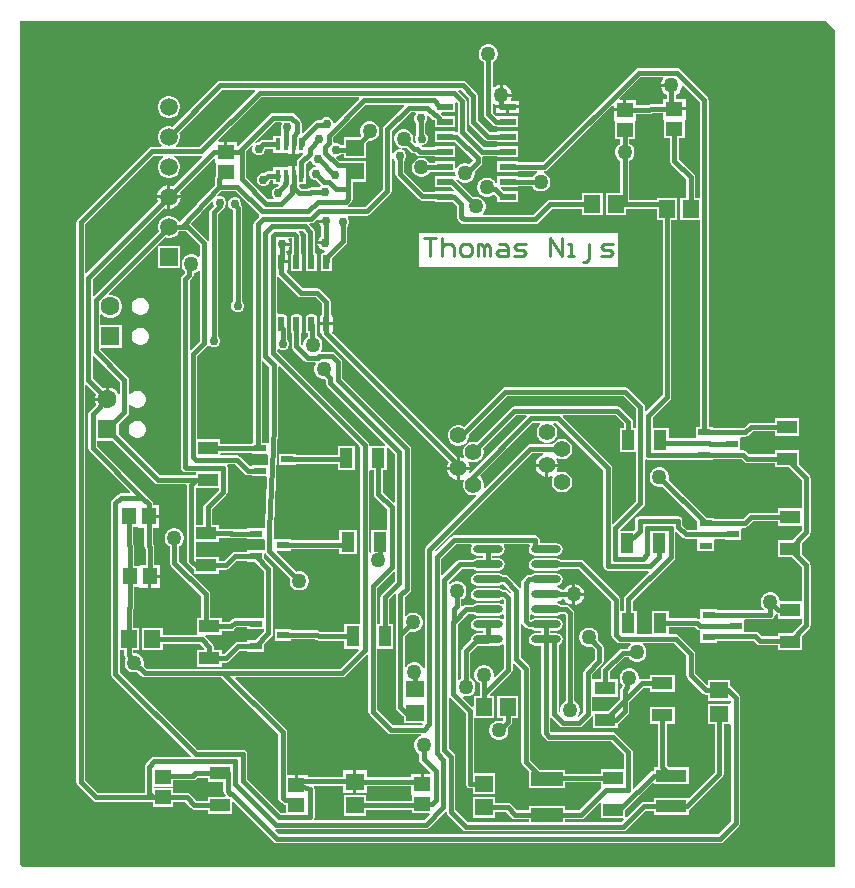
<source format=gtl>
G04*
G04 #@! TF.GenerationSoftware,Altium Limited,Altium Designer,21.3.2 (30)*
G04*
G04 Layer_Physical_Order=1*
G04 Layer_Color=255*
%FSLAX25Y25*%
%MOIN*%
G70*
G04*
G04 #@! TF.SameCoordinates,A7B022F8-E884-4121-B654-9C37E9188DC7*
G04*
G04*
G04 #@! TF.FilePolarity,Positive*
G04*
G01*
G75*
%ADD14C,0.01000*%
%ADD16R,0.05512X0.05906*%
%ADD17R,0.04134X0.02362*%
%ADD18R,0.04331X0.06693*%
%ADD19R,0.06693X0.04331*%
%ADD20R,0.05906X0.05512*%
%ADD21R,0.01772X0.04134*%
%ADD22R,0.05500X0.02200*%
G04:AMPARAMS|DCode=23|XSize=21.65mil|YSize=49.21mil|CornerRadius=1.95mil|HoleSize=0mil|Usage=FLASHONLY|Rotation=180.000|XOffset=0mil|YOffset=0mil|HoleType=Round|Shape=RoundedRectangle|*
%AMROUNDEDRECTD23*
21,1,0.02165,0.04532,0,0,180.0*
21,1,0.01776,0.04921,0,0,180.0*
1,1,0.00390,-0.00888,0.02266*
1,1,0.00390,0.00888,0.02266*
1,1,0.00390,0.00888,-0.02266*
1,1,0.00390,-0.00888,-0.02266*
%
%ADD23ROUNDEDRECTD23*%
%ADD24O,0.09843X0.02756*%
%ADD25R,0.05512X0.04724*%
%ADD26R,0.04724X0.05512*%
%ADD27R,0.10630X0.04528*%
%ADD28R,0.10236X0.04331*%
%ADD29C,0.01500*%
%ADD49C,0.05512*%
%ADD50R,0.05906X0.05906*%
%ADD51C,0.05906*%
%ADD52C,0.06299*%
%ADD53R,0.06299X0.06299*%
%ADD54C,0.03000*%
%ADD55C,0.05000*%
G36*
X530000Y452500D02*
Y173500D01*
X259500D01*
X258500Y174500D01*
Y455500D01*
X527000D01*
X530000Y452500D01*
D02*
G37*
%LPC*%
G36*
X419300Y434204D02*
Y431215D01*
X422290D01*
X422061Y432066D01*
X421601Y432864D01*
X420949Y433516D01*
X420151Y433977D01*
X419300Y434204D01*
D02*
G37*
G36*
X414921Y447715D02*
X414079D01*
X413265Y447497D01*
X412535Y447076D01*
X411939Y446480D01*
X411518Y445750D01*
X411300Y444936D01*
Y444094D01*
X411518Y443280D01*
X411939Y442550D01*
X412535Y441954D01*
X413022Y441674D01*
Y424315D01*
X413134Y423749D01*
X413455Y423270D01*
X415955Y420770D01*
X416434Y420449D01*
X417000Y420337D01*
X417500D01*
Y420015D01*
X424400D01*
Y423615D01*
X417500D01*
X417500Y423615D01*
Y423615D01*
X417085Y423821D01*
X415978Y424927D01*
Y427880D01*
X416478Y428087D01*
X416651Y427914D01*
X417200Y427597D01*
Y427315D01*
X424700D01*
Y428915D01*
X422302D01*
X422116Y429238D01*
X422075Y429415D01*
X422290Y430215D01*
X418800D01*
Y430715D01*
X418300D01*
Y434204D01*
X417449Y433977D01*
X416651Y433516D01*
X416478Y433343D01*
X415978Y433550D01*
Y441674D01*
X416465Y441954D01*
X417061Y442550D01*
X417482Y443280D01*
X417700Y444094D01*
Y444936D01*
X417482Y445750D01*
X417061Y446480D01*
X416465Y447076D01*
X415735Y447497D01*
X414921Y447715D01*
D02*
G37*
G36*
X424700Y426315D02*
X421450D01*
Y424715D01*
X424700D01*
Y426315D01*
D02*
G37*
G36*
X420450D02*
X417200D01*
Y424715D01*
X420450D01*
Y426315D01*
D02*
G37*
G36*
X308481Y430468D02*
X307519D01*
X306590Y430219D01*
X305757Y429738D01*
X305077Y429058D01*
X304596Y428225D01*
X304347Y427296D01*
Y426334D01*
X304596Y425405D01*
X305077Y424572D01*
X305757Y423892D01*
X306590Y423411D01*
X307519Y423162D01*
X308481D01*
X309410Y423411D01*
X310243Y423892D01*
X310923Y424572D01*
X311404Y425405D01*
X311653Y426334D01*
Y427296D01*
X311404Y428225D01*
X310923Y429058D01*
X310243Y429738D01*
X309410Y430219D01*
X308481Y430468D01*
D02*
G37*
G36*
X477260Y439728D02*
X464635D01*
X464069Y439616D01*
X463590Y439295D01*
X432588Y408293D01*
X424400D01*
Y408615D01*
X417500D01*
Y405015D01*
X424400D01*
Y405337D01*
X430747D01*
X430813Y404837D01*
X430665Y404797D01*
X429935Y404376D01*
X429339Y403780D01*
X429059Y403293D01*
X424400D01*
Y403615D01*
X417500D01*
Y401233D01*
X417000Y401168D01*
X416982Y401235D01*
X416561Y401965D01*
X415965Y402561D01*
X415235Y402982D01*
X414421Y403200D01*
X413579D01*
X412765Y402982D01*
X412035Y402561D01*
X411439Y401965D01*
X411018Y401235D01*
X410800Y400421D01*
Y399579D01*
X411018Y398765D01*
X411439Y398035D01*
X412035Y397439D01*
X412765Y397018D01*
X413579Y396800D01*
X414421D01*
X415235Y397018D01*
X415965Y397439D01*
X416275Y397749D01*
X417500Y396524D01*
Y395015D01*
X424400D01*
Y398615D01*
X420743D01*
X420600Y398643D01*
X419562D01*
X418653Y399553D01*
X418844Y400015D01*
X424400D01*
Y400337D01*
X429059D01*
X429339Y399850D01*
X429935Y399254D01*
X430665Y398833D01*
X431479Y398615D01*
X432321D01*
X433135Y398833D01*
X433865Y399254D01*
X434461Y399850D01*
X434882Y400580D01*
X435100Y401394D01*
Y402236D01*
X434882Y403050D01*
X434461Y403780D01*
X433865Y404376D01*
X433135Y404797D01*
X432987Y404837D01*
X433053Y405337D01*
X433200D01*
X433766Y405449D01*
X434245Y405770D01*
X455782Y427306D01*
X456244Y427115D01*
Y426315D01*
X459500D01*
Y429177D01*
X458306D01*
X458115Y429639D01*
X465247Y436772D01*
X472669D01*
X472860Y436310D01*
X472699Y436149D01*
X472238Y435351D01*
X472011Y434500D01*
X475500D01*
Y433500D01*
X472011D01*
X472238Y432649D01*
X472699Y431851D01*
X473351Y431199D01*
X474022Y430812D01*
Y429524D01*
X472744D01*
Y427640D01*
X468546D01*
X467981Y427527D01*
X467631Y427293D01*
X463756D01*
Y429177D01*
X460500D01*
Y425815D01*
X460000D01*
Y425315D01*
X456244D01*
X456244Y422453D01*
X456544Y422077D01*
X456544Y421953D01*
Y416060D01*
X458522D01*
Y414557D01*
X458035Y414276D01*
X457439Y413680D01*
X457018Y412950D01*
X456800Y412136D01*
Y411294D01*
X457018Y410480D01*
X457439Y409750D01*
X458035Y409154D01*
X458522Y408874D01*
Y397968D01*
X453544D01*
Y390662D01*
X460456D01*
Y392837D01*
X470607D01*
Y389162D01*
X472585D01*
Y330790D01*
X467178Y325384D01*
X466678Y325591D01*
Y326815D01*
X466566Y327381D01*
X466245Y327860D01*
X461245Y332860D01*
X460766Y333181D01*
X460200Y333293D01*
X420032D01*
X419466Y333181D01*
X418986Y332860D01*
X406358Y320233D01*
X405834Y320535D01*
X404955Y320771D01*
X404045D01*
X403166Y320535D01*
X402378Y320080D01*
X401735Y319437D01*
X401280Y318649D01*
X401044Y317770D01*
Y316860D01*
X401280Y315981D01*
X401735Y315193D01*
X402378Y314550D01*
X403166Y314095D01*
X404045Y313859D01*
X404955D01*
X405834Y314095D01*
X406622Y314550D01*
X407265Y315193D01*
X407720Y315981D01*
X407956Y316860D01*
Y317649D01*
X420644Y330337D01*
X459588D01*
X463722Y326203D01*
Y319862D01*
X462663D01*
Y321815D01*
X462551Y322381D01*
X462230Y322860D01*
X458545Y326545D01*
X458066Y326866D01*
X457500Y326978D01*
X423185D01*
X422619Y326866D01*
X422140Y326545D01*
X410673Y315079D01*
X409955Y315271D01*
X409045D01*
X408166Y315035D01*
X407378Y314580D01*
X406735Y313937D01*
X406280Y313149D01*
X406044Y312270D01*
Y311360D01*
X406280Y310481D01*
X406521Y310062D01*
X406155Y309696D01*
X405950Y309815D01*
X405000Y310069D01*
Y306815D01*
X408254D01*
X408000Y307765D01*
X407698Y308287D01*
X408064Y308653D01*
X408166Y308595D01*
X409045Y308359D01*
X409955D01*
X410834Y308595D01*
X411622Y309050D01*
X412265Y309693D01*
X412720Y310481D01*
X412956Y311360D01*
Y312270D01*
X412764Y312988D01*
X423797Y324022D01*
X427057D01*
X427248Y323560D01*
X408504Y304816D01*
X408056Y305075D01*
X408254Y305815D01*
X405000D01*
Y302561D01*
X405950Y302815D01*
X406155Y302934D01*
X406521Y302568D01*
X406280Y302149D01*
X406044Y301270D01*
Y300360D01*
X406280Y299481D01*
X406735Y298693D01*
X407378Y298050D01*
X408166Y297595D01*
X409045Y297359D01*
X409955D01*
X410216Y297429D01*
X410475Y296981D01*
X393705Y280210D01*
X393384Y279731D01*
X393272Y279165D01*
Y239755D01*
X392782Y239650D01*
X392361Y240380D01*
X391765Y240976D01*
X391035Y241397D01*
X390221Y241615D01*
X389379D01*
X388565Y241397D01*
X387835Y240976D01*
X387239Y240380D01*
X387178Y240274D01*
X386678Y240408D01*
Y250103D01*
X388536Y251960D01*
X389079Y251815D01*
X389921D01*
X390735Y252033D01*
X391465Y252454D01*
X392061Y253050D01*
X392482Y253780D01*
X392700Y254594D01*
Y255436D01*
X392482Y256250D01*
X392061Y256980D01*
X391465Y257576D01*
X390735Y257997D01*
X389921Y258215D01*
X389079D01*
X388265Y257997D01*
X387535Y257576D01*
X387178Y257219D01*
X386678Y257426D01*
Y263366D01*
X388345Y265033D01*
X388666Y265512D01*
X388778Y266078D01*
Y312815D01*
X388666Y313381D01*
X388345Y313860D01*
X365701Y336505D01*
Y341815D01*
X365588Y342381D01*
X365268Y342860D01*
X363388Y344740D01*
X362909Y345060D01*
X362343Y345173D01*
X358905D01*
X358802Y345281D01*
X358640Y345673D01*
X358982Y346265D01*
X359200Y347079D01*
Y347921D01*
X358982Y348735D01*
X358561Y349465D01*
X357965Y350061D01*
X357235Y350482D01*
X357228Y350484D01*
Y351862D01*
X357231Y351865D01*
X357300Y352215D01*
Y356746D01*
X357231Y357095D01*
X357033Y357391D01*
X356737Y357589D01*
X356388Y357659D01*
X354612D01*
X354263Y357589D01*
X353967Y357391D01*
X353769Y357095D01*
X353700Y356746D01*
Y352215D01*
X353769Y351865D01*
X353967Y351569D01*
X354263Y351372D01*
X354272Y351370D01*
Y350197D01*
X354035Y350061D01*
X353439Y349465D01*
X353018Y348735D01*
X352800Y347921D01*
Y347487D01*
X352355Y347303D01*
X351978Y347612D01*
Y351533D01*
X352033Y351569D01*
X352231Y351865D01*
X352300Y352215D01*
Y356746D01*
X352231Y357095D01*
X352033Y357391D01*
X351737Y357589D01*
X351388Y357659D01*
X349612D01*
X349263Y357589D01*
X348967Y357391D01*
X348769Y357095D01*
X348700Y356746D01*
Y352215D01*
X348769Y351865D01*
X348967Y351569D01*
X349022Y351533D01*
Y346990D01*
X349134Y346424D01*
X349455Y345944D01*
X353194Y342205D01*
X353674Y341884D01*
X354240Y341772D01*
X356805D01*
X357012Y341272D01*
X356670Y340679D01*
X356452Y339865D01*
Y339023D01*
X356670Y338209D01*
X357091Y337479D01*
X357687Y336883D01*
X358417Y336462D01*
X359231Y336244D01*
X359850D01*
X360244Y335850D01*
Y334857D01*
X360356Y334291D01*
X360677Y333812D01*
X380165Y314323D01*
X379974Y313861D01*
X374950D01*
X374746Y314277D01*
X374666Y314681D01*
X374345Y315160D01*
X344078Y345427D01*
Y345918D01*
X344578Y346125D01*
X344754Y345950D01*
X345562Y345615D01*
X346438D01*
X347246Y345950D01*
X347865Y346569D01*
X348200Y347377D01*
Y348253D01*
X347865Y349061D01*
X347478Y349448D01*
Y352815D01*
X347366Y353381D01*
X347300Y353479D01*
Y356746D01*
X347231Y357095D01*
X347033Y357391D01*
X346737Y357589D01*
X346388Y357659D01*
X344612D01*
X344578Y357652D01*
X344078Y358021D01*
Y369965D01*
X344090Y369975D01*
X344578Y370146D01*
X350955Y363770D01*
X351434Y363449D01*
X352000Y363337D01*
X356888D01*
X359022Y361203D01*
Y357788D01*
X358751Y357608D01*
X358487Y357212D01*
X358394Y356746D01*
Y354980D01*
X360500D01*
X362606D01*
Y356746D01*
X362513Y357212D01*
X362249Y357608D01*
X361978Y357788D01*
Y361815D01*
X361866Y362381D01*
X361545Y362860D01*
X358545Y365860D01*
X358066Y366181D01*
X357500Y366293D01*
X352612D01*
X347216Y371689D01*
X347249Y372022D01*
X347513Y372418D01*
X347606Y372884D01*
Y374650D01*
X345500D01*
Y375650D01*
X347606D01*
Y377415D01*
X347513Y377882D01*
X347249Y378277D01*
X347153Y378341D01*
Y378834D01*
X347266Y378881D01*
X347969Y379584D01*
X348349Y380500D01*
X345850D01*
Y381500D01*
X348349D01*
X347969Y382416D01*
X347826Y382560D01*
X348017Y383022D01*
X349009D01*
X349022Y383009D01*
Y378097D01*
X348967Y378061D01*
X348769Y377765D01*
X348700Y377415D01*
Y372884D01*
X348769Y372535D01*
X348967Y372239D01*
X349263Y372041D01*
X349612Y371972D01*
X351388D01*
X351737Y372041D01*
X352033Y372239D01*
X352231Y372535D01*
X352300Y372884D01*
Y377415D01*
X352231Y377765D01*
X352033Y378061D01*
X351978Y378097D01*
Y383621D01*
X351866Y384187D01*
X351545Y384667D01*
X351152Y385060D01*
X351344Y385522D01*
X352676D01*
X353689Y384509D01*
Y375482D01*
X353700Y375428D01*
Y372884D01*
X353769Y372535D01*
X353967Y372239D01*
X354263Y372041D01*
X354612Y371972D01*
X356388D01*
X356737Y372041D01*
X357033Y372239D01*
X357231Y372535D01*
X357300Y372884D01*
Y377415D01*
X357231Y377765D01*
X357033Y378061D01*
X356737Y378258D01*
X356646Y378276D01*
Y385121D01*
X356533Y385687D01*
X356213Y386167D01*
X354820Y387560D01*
X355011Y388022D01*
X355536D01*
X356101Y388134D01*
X356581Y388455D01*
X357538Y389412D01*
X357780Y389326D01*
X357885Y389250D01*
X360500D01*
Y388250D01*
X358001D01*
X358381Y387334D01*
X358772Y386943D01*
Y383697D01*
X358584Y383619D01*
X357881Y382916D01*
X357501Y382000D01*
X360000D01*
Y381000D01*
X357501D01*
X357881Y380084D01*
X358584Y379381D01*
X359503Y379000D01*
X359775D01*
X360034Y378500D01*
X359912Y378328D01*
X359612D01*
X359263Y378258D01*
X358967Y378061D01*
X358769Y377765D01*
X358700Y377415D01*
Y372884D01*
X358769Y372535D01*
X358967Y372239D01*
X359263Y372041D01*
X359612Y371972D01*
X361388D01*
X361737Y372041D01*
X362033Y372239D01*
X362231Y372535D01*
X362300Y372884D01*
Y375428D01*
X362311Y375482D01*
Y376248D01*
X367045Y380982D01*
X367366Y381462D01*
X367478Y382028D01*
Y386867D01*
X367865Y387254D01*
X368200Y388062D01*
Y388938D01*
X367865Y389746D01*
X367590Y390022D01*
X367797Y390522D01*
X373985D01*
X374551Y390634D01*
X375030Y390955D01*
X381857Y397781D01*
X382177Y398261D01*
X382290Y398826D01*
Y418703D01*
X388609Y425022D01*
X390203D01*
X390410Y424522D01*
X390135Y424246D01*
X389800Y423438D01*
Y422562D01*
X390135Y421754D01*
X390522Y421367D01*
Y417633D01*
X390385Y417496D01*
X390050Y416688D01*
Y415812D01*
X390285Y415246D01*
X390060Y414720D01*
X390018Y414683D01*
X389917Y414663D01*
X389294Y415286D01*
X389440Y415829D01*
Y416671D01*
X389222Y417485D01*
X388800Y418215D01*
X388204Y418811D01*
X387475Y419232D01*
X386661Y419450D01*
X385818D01*
X385004Y419232D01*
X384275Y418811D01*
X383679Y418215D01*
X383258Y417485D01*
X383040Y416671D01*
Y415829D01*
X383258Y415015D01*
X383679Y414285D01*
X384275Y413689D01*
X385004Y413268D01*
X385259Y413200D01*
X385193Y412700D01*
X384562D01*
X383754Y412365D01*
X383135Y411746D01*
X382800Y410938D01*
Y410062D01*
X383135Y409254D01*
X383499Y408890D01*
Y404523D01*
X383611Y403957D01*
X383932Y403478D01*
X391455Y395955D01*
X391934Y395634D01*
X392500Y395522D01*
X396600D01*
Y395015D01*
X402809D01*
X403927Y393897D01*
Y390187D01*
X404040Y389621D01*
X404360Y389142D01*
X405255Y388247D01*
X405734Y387927D01*
X406300Y387814D01*
X430178D01*
X430743Y387927D01*
X431223Y388247D01*
X435812Y392837D01*
X445670D01*
Y390662D01*
X452582D01*
Y397968D01*
X445670D01*
Y395793D01*
X435200D01*
X434634Y395681D01*
X434155Y395360D01*
X429565Y390771D01*
X412889D01*
X412681Y391271D01*
X413061Y391650D01*
X413482Y392380D01*
X413700Y393194D01*
Y394036D01*
X413482Y394850D01*
X413061Y395580D01*
X412465Y396176D01*
X411735Y396597D01*
X410921Y396815D01*
X410079D01*
X409536Y396670D01*
X403700Y402506D01*
X403721Y402587D01*
X403898Y402668D01*
X404269Y402705D01*
X404774Y402199D01*
X405504Y401778D01*
X406318Y401560D01*
X407160D01*
X407974Y401778D01*
X408704Y402199D01*
X409300Y402795D01*
X409721Y403525D01*
X409939Y404339D01*
Y405181D01*
X409904Y405313D01*
X411982Y407391D01*
X412302Y407870D01*
X412415Y408436D01*
Y409679D01*
X412382Y409844D01*
X412735Y410314D01*
X412793Y410337D01*
X417500D01*
Y410015D01*
X424400D01*
Y413615D01*
X417500D01*
Y413293D01*
X413012D01*
X407278Y419027D01*
Y428665D01*
X407166Y429231D01*
X406845Y429710D01*
X404496Y432060D01*
X404688Y432522D01*
X405403D01*
X408022Y429903D01*
Y421815D01*
X408134Y421249D01*
X408455Y420770D01*
X413455Y415770D01*
X413934Y415449D01*
X414500Y415337D01*
X417500D01*
Y415015D01*
X424400D01*
Y418615D01*
X417500D01*
Y418293D01*
X415112D01*
X410978Y422427D01*
Y430515D01*
X410866Y431081D01*
X410545Y431560D01*
X407060Y435045D01*
X406581Y435366D01*
X406015Y435478D01*
X325185D01*
X324619Y435366D01*
X324140Y435045D01*
X309333Y420239D01*
X308481Y420468D01*
X307519D01*
X306590Y420219D01*
X305757Y419738D01*
X305077Y419058D01*
X304596Y418225D01*
X304347Y417296D01*
Y416334D01*
X304596Y415405D01*
X305077Y414572D01*
X305656Y413993D01*
X305512Y413493D01*
X302300D01*
X301734Y413381D01*
X301255Y413060D01*
X277555Y389360D01*
X277234Y388881D01*
X277122Y388315D01*
Y201815D01*
X277234Y201249D01*
X277555Y200770D01*
X282748Y195577D01*
X283227Y195256D01*
X283793Y195144D01*
X302544D01*
Y193560D01*
X309456D01*
Y195144D01*
X313266D01*
X315455Y192955D01*
X315934Y192634D01*
X316500Y192522D01*
X320953D01*
Y191135D01*
X329047D01*
Y195196D01*
X329508Y195387D01*
X343026Y181870D01*
X343506Y181549D01*
X344072Y181437D01*
X491700D01*
X492266Y181549D01*
X492745Y181870D01*
X498045Y187170D01*
X498366Y187649D01*
X498478Y188215D01*
Y229815D01*
X498366Y230381D01*
X498045Y230860D01*
X495545Y233360D01*
X495153Y233623D01*
Y235771D01*
X487847D01*
Y234266D01*
X487347Y234058D01*
X483478Y237927D01*
Y244515D01*
X483366Y245081D01*
X483045Y245560D01*
X478045Y250560D01*
X477566Y250881D01*
X477000Y250993D01*
X474680D01*
Y253337D01*
X483288D01*
X483855Y252770D01*
X484334Y252449D01*
X484900Y252337D01*
X484917D01*
X485206Y251956D01*
Y248194D01*
X490739D01*
Y248837D01*
X502888D01*
X503955Y247770D01*
X504434Y247449D01*
X505000Y247337D01*
X510954D01*
Y245635D01*
X519046D01*
Y250456D01*
X521545Y252955D01*
X521866Y253434D01*
X521978Y254000D01*
Y274000D01*
X521866Y274566D01*
X521545Y275045D01*
X519046Y277544D01*
Y281456D01*
X521545Y283955D01*
X521866Y284434D01*
X521978Y285000D01*
Y303000D01*
X521866Y303566D01*
X521545Y304045D01*
X518047Y307544D01*
Y312365D01*
X509953D01*
Y310978D01*
X501447D01*
X500545Y311880D01*
X500066Y312200D01*
X499500Y312313D01*
X498610D01*
X498322Y312694D01*
Y316337D01*
X498322Y316456D01*
X498610Y316837D01*
X500200D01*
X500766Y316949D01*
X501245Y317270D01*
X502627Y318652D01*
X509953D01*
Y317265D01*
X518047D01*
Y322995D01*
X509953D01*
Y321608D01*
X502015D01*
X501449Y321496D01*
X500970Y321175D01*
X499588Y319793D01*
X489267D01*
Y320196D01*
X487978D01*
Y429010D01*
X487866Y429576D01*
X487545Y430056D01*
X478306Y439295D01*
X477826Y439616D01*
X477260Y439728D01*
D02*
G37*
G36*
X457680Y384697D02*
X391300D01*
Y373300D01*
X457680D01*
Y384697D01*
D02*
G37*
G36*
X362606Y353980D02*
X360500D01*
X358394D01*
Y352215D01*
X358487Y351748D01*
X358751Y351353D01*
X359062Y351145D01*
X359134Y350781D01*
X359455Y350301D01*
X401363Y308393D01*
X401000Y307765D01*
X400746Y306815D01*
X404000D01*
Y310069D01*
X403896Y310041D01*
X362383Y351554D01*
X362513Y351748D01*
X362606Y352215D01*
Y353980D01*
D02*
G37*
G36*
X404000Y305815D02*
X400746D01*
X401000Y304865D01*
X401495Y304009D01*
X402194Y303309D01*
X403050Y302815D01*
X404000Y302561D01*
Y305815D01*
D02*
G37*
%LPD*%
G36*
X371469Y429560D02*
X363244Y421334D01*
X362782Y421526D01*
Y421615D01*
X362447Y422424D01*
X361828Y423043D01*
X361019Y423378D01*
X360144D01*
X359335Y423043D01*
X358717Y422424D01*
X358694Y422369D01*
X357513D01*
X356947Y422257D01*
X356467Y421936D01*
X352697Y418165D01*
X352296Y418344D01*
X352228Y418404D01*
Y421346D01*
X352116Y421912D01*
X351795Y422392D01*
X349892Y424295D01*
X349412Y424616D01*
X348846Y424728D01*
X342750D01*
X342184Y424616D01*
X341705Y424295D01*
X331256Y413847D01*
X330986Y413886D01*
X330756Y413981D01*
Y415177D01*
X327500D01*
Y411815D01*
X326500D01*
Y415177D01*
X324706D01*
X324515Y415639D01*
X338897Y430022D01*
X371277D01*
X371469Y429560D01*
D02*
G37*
G36*
X404322Y428043D02*
Y418729D01*
X403942Y418409D01*
X403669Y418482D01*
X403500Y418609D01*
Y418615D01*
X396600D01*
Y415015D01*
X403500D01*
X403500Y415015D01*
Y415015D01*
X403839Y414685D01*
X409458Y409066D01*
Y409049D01*
X408086Y407677D01*
X407974Y407742D01*
X407160Y407960D01*
X406318D01*
X405504Y407742D01*
X404774Y407320D01*
X404178Y406725D01*
X404000Y406416D01*
X403500Y406550D01*
Y408615D01*
X396600D01*
Y408203D01*
X394970D01*
X394741Y408599D01*
X394145Y409195D01*
X393416Y409616D01*
X392602Y409834D01*
X391759D01*
X390945Y409616D01*
X390216Y409195D01*
X389620Y408599D01*
X389198Y407870D01*
X388981Y407056D01*
Y406213D01*
X389198Y405399D01*
X389620Y404670D01*
X390216Y404074D01*
X390945Y403653D01*
X391759Y403435D01*
X392602D01*
X393416Y403653D01*
X394145Y404074D01*
X394741Y404670D01*
X395074Y405246D01*
X396600D01*
Y405015D01*
X403039D01*
X403500Y405015D01*
X403539Y404531D01*
Y404339D01*
X403611Y404069D01*
X403215Y403615D01*
X396600D01*
Y400015D01*
X402009D01*
X402947Y399077D01*
X402756Y398615D01*
X396600D01*
Y398478D01*
X393112D01*
X386455Y405135D01*
Y408844D01*
X386865Y409254D01*
X387200Y410062D01*
Y410938D01*
X386865Y411746D01*
X386246Y412365D01*
X385742Y412574D01*
X385818Y413050D01*
X386661D01*
X387203Y413195D01*
X388571Y411828D01*
X389050Y411508D01*
X389616Y411395D01*
X390029D01*
X390655Y410770D01*
X391134Y410449D01*
X391700Y410337D01*
X396600D01*
Y410015D01*
X403500D01*
Y413615D01*
X396600D01*
Y413293D01*
X392453D01*
X392248Y413556D01*
X392471Y414050D01*
X392688D01*
X393496Y414385D01*
X394115Y415004D01*
X394450Y415812D01*
Y416688D01*
X394115Y417496D01*
X393496Y418115D01*
X393478Y418122D01*
Y421367D01*
X393865Y421754D01*
X394200Y422562D01*
Y423438D01*
X394126Y423616D01*
X394550Y423899D01*
X395530Y422920D01*
X396009Y422599D01*
X396555Y422491D01*
X396572Y422474D01*
Y422165D01*
X396600Y422022D01*
Y420015D01*
X403500D01*
Y423615D01*
X399423D01*
X399416Y423652D01*
X399095Y424132D01*
X398712Y424515D01*
X398919Y425015D01*
X403500D01*
Y428167D01*
X403945Y428352D01*
X404322Y428043D01*
D02*
G37*
G36*
X345698Y421310D02*
X345635Y421246D01*
X345300Y420438D01*
Y419562D01*
X345522Y419027D01*
Y417082D01*
X342855D01*
Y415793D01*
X339500D01*
X338934Y415681D01*
X338455Y415360D01*
X338109Y415015D01*
X337562D01*
X337137Y414839D01*
X336853Y415263D01*
X343362Y421772D01*
X345507D01*
X345698Y421310D01*
D02*
G37*
G36*
X336754Y432060D02*
X318188Y413493D01*
X310488D01*
X310344Y413993D01*
X310923Y414572D01*
X311404Y415405D01*
X311653Y416334D01*
Y417296D01*
X311424Y418149D01*
X325797Y432522D01*
X336562D01*
X336754Y432060D01*
D02*
G37*
G36*
X350059Y411248D02*
X351445D01*
Y411548D01*
X352621D01*
X352813Y411086D01*
X351073Y409346D01*
X350752Y408867D01*
X350640Y408301D01*
Y406949D01*
X350059D01*
Y403882D01*
X349059D01*
Y406949D01*
X347673D01*
Y406649D01*
X342855D01*
Y405360D01*
X340882D01*
X340316Y405248D01*
X339837Y404927D01*
X339609Y404700D01*
X339062D01*
X338254Y404365D01*
X337635Y403746D01*
X337300Y402938D01*
Y402062D01*
X337635Y401254D01*
X338254Y400635D01*
X339062Y400300D01*
X339938D01*
X340746Y400635D01*
X341365Y401254D01*
X341700Y402062D01*
Y402403D01*
X342855D01*
Y401115D01*
X344369D01*
X344560Y400653D01*
X344155Y400248D01*
X344014D01*
X343206Y399913D01*
X342587Y399294D01*
X342252Y398486D01*
Y397610D01*
X342587Y396802D01*
X342910Y396478D01*
X342703Y395978D01*
X341112D01*
X333728Y403362D01*
Y412138D01*
X335553Y413962D01*
X335976Y413679D01*
X335800Y413253D01*
Y412377D01*
X336135Y411569D01*
X336754Y410950D01*
X337562Y410615D01*
X338438D01*
X339246Y410950D01*
X339865Y411569D01*
X340200Y412377D01*
Y412837D01*
X342855D01*
Y411548D01*
X347673D01*
Y411248D01*
X349059D01*
Y414315D01*
X350059D01*
Y411248D01*
D02*
G37*
G36*
X386465Y427060D02*
X379766Y420360D01*
X379446Y419881D01*
X379333Y419315D01*
Y399439D01*
X373373Y393478D01*
X367777D01*
X367625Y393978D01*
X367964Y394205D01*
X368843Y395083D01*
X369163Y395563D01*
X369276Y396129D01*
Y399750D01*
Y401922D01*
X373653D01*
Y408834D01*
X367940D01*
X367797Y408862D01*
X364825D01*
X363844Y409843D01*
X364036Y410304D01*
X364125D01*
X364934Y410639D01*
X365321Y411026D01*
X366347D01*
Y409796D01*
X373653D01*
Y414617D01*
X374586Y415550D01*
X375321D01*
X376135Y415768D01*
X376865Y416189D01*
X377461Y416785D01*
X377882Y417515D01*
X378100Y418329D01*
Y419171D01*
X377882Y419985D01*
X377461Y420715D01*
X376865Y421311D01*
X376135Y421732D01*
X375321Y421950D01*
X374479D01*
X373665Y421732D01*
X372935Y421311D01*
X372339Y420715D01*
X371918Y419985D01*
X371700Y419171D01*
Y418329D01*
X371918Y417515D01*
X372083Y417229D01*
X371562Y416708D01*
X366347D01*
Y413983D01*
X365321D01*
X364934Y414370D01*
X364125Y414705D01*
X363250D01*
X363228Y414696D01*
X362728Y415030D01*
Y416638D01*
X373612Y427522D01*
X386274D01*
X386465Y427060D01*
D02*
G37*
G36*
X319201Y410107D02*
X309568Y400474D01*
X309526Y400498D01*
X308520Y400768D01*
X308500D01*
Y397315D01*
X311953D01*
Y397335D01*
X311683Y398341D01*
X311659Y398383D01*
X322782Y409506D01*
X323244Y409315D01*
Y408453D01*
X323244D01*
X323544Y408184D01*
Y403653D01*
X323432Y403486D01*
X323320Y402920D01*
Y400826D01*
X311870Y388293D01*
X311364D01*
X310923Y389058D01*
X310243Y389738D01*
X309410Y390219D01*
X308481Y390468D01*
X307519D01*
X306590Y390219D01*
X305757Y389738D01*
X305077Y389058D01*
X304596Y388225D01*
X304347Y387296D01*
Y386334D01*
X304576Y385482D01*
X283040Y363946D01*
X282578Y364138D01*
Y369303D01*
X306432Y393156D01*
X306474Y393132D01*
X307480Y392862D01*
X307500D01*
Y396315D01*
X304047D01*
Y396295D01*
X304317Y395289D01*
X304341Y395247D01*
X280540Y371446D01*
X280078Y371638D01*
Y387703D01*
X302912Y410537D01*
X306140D01*
X306274Y410037D01*
X305757Y409738D01*
X305077Y409058D01*
X304596Y408225D01*
X304347Y407296D01*
Y406334D01*
X304596Y405405D01*
X305077Y404572D01*
X305757Y403892D01*
X306590Y403411D01*
X307519Y403162D01*
X308481D01*
X309410Y403411D01*
X310243Y403892D01*
X310923Y404572D01*
X311404Y405405D01*
X311653Y406334D01*
Y407296D01*
X311404Y408225D01*
X310923Y409058D01*
X310243Y409738D01*
X309726Y410037D01*
X309859Y410537D01*
X318800D01*
X318954Y410567D01*
X319201Y410107D01*
D02*
G37*
G36*
X355507Y408945D02*
Y408856D01*
X355842Y408047D01*
X356461Y407428D01*
X356927Y407235D01*
X356827Y406735D01*
X356517D01*
X355708Y406400D01*
X355089Y405781D01*
X354754Y404973D01*
Y404098D01*
X355089Y403289D01*
X355708Y402670D01*
X356517Y402335D01*
X357088D01*
X358367Y401056D01*
X358584Y400619D01*
X358366Y400401D01*
X358019Y400055D01*
X355500D01*
X354934Y399942D01*
X354455Y399622D01*
X354311Y399478D01*
X352112D01*
X351276Y400315D01*
X351445Y400815D01*
X351821Y401115D01*
X353704D01*
Y406649D01*
X353596D01*
Y407688D01*
X355045Y409137D01*
X355507Y408945D01*
D02*
G37*
G36*
X485022Y428398D02*
Y396468D01*
X483415D01*
Y403415D01*
X483303Y403981D01*
X482982Y404460D01*
X477978Y409464D01*
Y416406D01*
X479956D01*
Y422424D01*
X480256Y422799D01*
X480256Y422799D01*
X480256Y422799D01*
Y425661D01*
X476500D01*
Y426661D01*
X480256D01*
Y429524D01*
X476978D01*
Y430812D01*
X477649Y431199D01*
X478301Y431851D01*
X478761Y432649D01*
X479000Y433539D01*
Y433766D01*
X479462Y433958D01*
X485022Y428398D01*
D02*
G37*
G36*
X318272Y380753D02*
Y376961D01*
X317772Y376754D01*
X317465Y377061D01*
X316735Y377482D01*
X315921Y377700D01*
X315079D01*
X314265Y377482D01*
X313535Y377061D01*
X312939Y376465D01*
X312518Y375735D01*
X312300Y374921D01*
Y374079D01*
X312518Y373265D01*
X312939Y372535D01*
X313352Y372123D01*
Y371539D01*
X312358Y370545D01*
X312037Y370066D01*
X311925Y369500D01*
Y306714D01*
X312037Y306149D01*
X312358Y305669D01*
X312557Y305470D01*
X313037Y305149D01*
X313603Y305037D01*
X316953D01*
Y303978D01*
X304927D01*
X291350Y317556D01*
Y321074D01*
X294245Y323970D01*
X294566Y324449D01*
X294678Y325015D01*
Y327471D01*
X295178Y327605D01*
X295207Y327556D01*
X295741Y327022D01*
X296394Y326645D01*
X297123Y326450D01*
X297877D01*
X298606Y326645D01*
X299259Y327022D01*
X299793Y327556D01*
X300170Y328209D01*
X300365Y328938D01*
Y329692D01*
X300170Y330421D01*
X299793Y331074D01*
X299259Y331608D01*
X298606Y331985D01*
X297877Y332180D01*
X297123D01*
X296394Y331985D01*
X295741Y331608D01*
X295207Y331074D01*
X295178Y331025D01*
X294678Y331159D01*
Y335815D01*
X294566Y336381D01*
X294245Y336860D01*
X285140Y345965D01*
X285228Y346465D01*
X292350D01*
Y354165D01*
X285078D01*
Y357585D01*
X285578Y357792D01*
X286136Y357235D01*
X287014Y356728D01*
X287993Y356465D01*
X289007D01*
X289986Y356728D01*
X290864Y357235D01*
X291581Y357951D01*
X292087Y358829D01*
X292350Y359808D01*
Y360822D01*
X292087Y361801D01*
X291581Y362679D01*
X290864Y363395D01*
X289986Y363902D01*
X289007Y364165D01*
X288147D01*
X287903Y364627D01*
X303921Y380645D01*
X304347Y380364D01*
X304347Y380011D01*
Y373162D01*
X311653D01*
Y380468D01*
X304835D01*
X304451Y380468D01*
X304170Y380894D01*
X306666Y383391D01*
X307519Y383162D01*
X308481D01*
X309410Y383411D01*
X310243Y383892D01*
X310923Y384572D01*
X311364Y385337D01*
X313688D01*
X318272Y380753D01*
D02*
G37*
G36*
X322427Y395345D02*
X322800Y395131D01*
Y394377D01*
X322997Y393902D01*
X321955Y392860D01*
X321634Y392381D01*
X321522Y391815D01*
Y382224D01*
X321022Y382072D01*
X320795Y382410D01*
X315415Y387790D01*
X322338Y395367D01*
X322427Y395345D01*
D02*
G37*
G36*
X337893Y390955D02*
X338038Y390857D01*
X338104Y390216D01*
X336555Y388667D01*
X336234Y388187D01*
X336122Y387621D01*
Y314936D01*
X335705D01*
Y314534D01*
X329682D01*
X325046Y314574D01*
Y315995D01*
X317382D01*
Y343767D01*
X320795Y347180D01*
X320804Y347193D01*
X321447Y347256D01*
X321754Y346950D01*
X322562Y346615D01*
X323438D01*
X324246Y346950D01*
X324865Y347569D01*
X325200Y348377D01*
Y349253D01*
X324865Y350061D01*
X324478Y350448D01*
Y391203D01*
X326045Y392770D01*
X326135Y392904D01*
X326246Y392950D01*
X326865Y393569D01*
X327200Y394377D01*
Y395253D01*
X326865Y396061D01*
X326246Y396680D01*
X325438Y397015D01*
X324562D01*
X324496Y396987D01*
X324201Y397407D01*
X325472Y398797D01*
X330050D01*
X337893Y390955D01*
D02*
G37*
G36*
X318272Y372039D02*
Y348838D01*
X315344Y345910D01*
X314882Y346101D01*
Y368888D01*
X315876Y369882D01*
X316196Y370361D01*
X316309Y370927D01*
Y371404D01*
X316735Y371518D01*
X317465Y371939D01*
X317772Y372246D01*
X318272Y372039D01*
D02*
G37*
G36*
X291722Y335203D02*
Y331302D01*
X291222Y331168D01*
X290821Y331863D01*
X290048Y332635D01*
X289102Y333182D01*
X288046Y333465D01*
X288000D01*
Y329315D01*
X287500D01*
Y328815D01*
X283350D01*
Y328769D01*
X283633Y327713D01*
X283697Y327603D01*
X281555Y325460D01*
X281234Y324981D01*
X281122Y324415D01*
Y313115D01*
X281234Y312549D01*
X281555Y312070D01*
X295169Y298455D01*
X294977Y297993D01*
X292000D01*
X291434Y297881D01*
X290955Y297560D01*
X289055Y295660D01*
X288734Y295181D01*
X288622Y294615D01*
Y237915D01*
X288734Y237349D01*
X289055Y236870D01*
X315369Y210555D01*
X315177Y210093D01*
X303200D01*
X302634Y209981D01*
X302155Y209660D01*
X300355Y207860D01*
X300034Y207381D01*
X299922Y206815D01*
Y198100D01*
X284405D01*
X280078Y202427D01*
Y333993D01*
X280540Y334184D01*
X283697Y331027D01*
X283633Y330917D01*
X283350Y329861D01*
Y329815D01*
X287000D01*
Y333465D01*
X286954D01*
X285898Y333182D01*
X285788Y333118D01*
X282578Y336327D01*
Y343692D01*
X283040Y343884D01*
X291722Y335203D01*
D02*
G37*
G36*
X472744Y422799D02*
X472744D01*
X473044Y422531D01*
Y416406D01*
X475022D01*
Y408852D01*
X475134Y408286D01*
X475455Y407807D01*
X480459Y402803D01*
Y396468D01*
X478481D01*
Y389162D01*
X485022D01*
Y320196D01*
X483733D01*
X483733Y316434D01*
X483278Y316326D01*
X474680D01*
Y319862D01*
X469278D01*
Y323303D01*
X475108Y329133D01*
X475429Y329612D01*
X475541Y330178D01*
Y389162D01*
X477519D01*
Y396468D01*
X470607D01*
Y395793D01*
X461478D01*
Y408874D01*
X461965Y409154D01*
X462561Y409750D01*
X462982Y410480D01*
X463200Y411294D01*
Y412136D01*
X462982Y412950D01*
X462561Y413680D01*
X461965Y414276D01*
X461478Y414557D01*
Y416060D01*
X463456D01*
X463456Y422077D01*
X463756Y422453D01*
X463756Y422560D01*
Y424337D01*
X468200D01*
X468766Y424449D01*
X469116Y424683D01*
X472744D01*
Y422799D01*
D02*
G37*
G36*
X341522Y340267D02*
Y320563D01*
X341521Y320531D01*
X341300Y315395D01*
X341239Y314936D01*
X341239Y314936D01*
X339078D01*
Y342057D01*
X339540Y342248D01*
X341522Y340267D01*
D02*
G37*
G36*
X452791Y305833D02*
Y273718D01*
X452904Y273153D01*
X453224Y272673D01*
X453704Y272353D01*
X454269Y272240D01*
X467858D01*
X468065Y271740D01*
X460140Y263815D01*
X459819Y263335D01*
X459707Y262769D01*
Y258861D01*
X458478D01*
Y262515D01*
X458366Y263081D01*
X458045Y263560D01*
X446245Y275360D01*
X445766Y275681D01*
X445200Y275793D01*
X438700D01*
X438687Y275813D01*
X438000Y276272D01*
X437189Y276434D01*
X430102D01*
X429292Y276272D01*
X428604Y275813D01*
X428145Y275126D01*
X427984Y274315D01*
X428145Y273504D01*
X428604Y272817D01*
X429292Y272358D01*
X430102Y272196D01*
X437189D01*
X438000Y272358D01*
X438687Y272817D01*
X438700Y272837D01*
X444588D01*
X455522Y261903D01*
Y250765D01*
X455634Y250199D01*
X455955Y249720D01*
X457205Y248470D01*
X457684Y248149D01*
X458250Y248037D01*
X461860D01*
X462004Y247646D01*
X462011Y247537D01*
X461439Y246965D01*
X461023Y246243D01*
X459250D01*
X458684Y246131D01*
X458205Y245810D01*
X452455Y240060D01*
X452134Y239581D01*
X452022Y239015D01*
Y235995D01*
X449454D01*
X449078Y236297D01*
Y237603D01*
X452445Y240970D01*
X452766Y241449D01*
X452878Y242015D01*
Y246600D01*
X452766Y247166D01*
X452445Y247645D01*
X451055Y249036D01*
X451200Y249579D01*
Y250421D01*
X450982Y251235D01*
X450561Y251965D01*
X449965Y252561D01*
X449235Y252982D01*
X448421Y253200D01*
X447579D01*
X446765Y252982D01*
X446035Y252561D01*
X445439Y251965D01*
X445018Y251235D01*
X444800Y250421D01*
Y249579D01*
X445018Y248765D01*
X445439Y248035D01*
X446035Y247439D01*
X446765Y247018D01*
X447579Y246800D01*
X448421D01*
X448964Y246945D01*
X449922Y245988D01*
Y242627D01*
X446555Y239260D01*
X446234Y238781D01*
X446122Y238215D01*
Y224927D01*
X444516Y223322D01*
X444452Y223335D01*
X444263Y223843D01*
X444277Y223879D01*
X444682Y224580D01*
X444900Y225394D01*
Y226236D01*
X444682Y227050D01*
X444261Y227780D01*
X443665Y228376D01*
X443178Y228657D01*
Y258065D01*
X443066Y258631D01*
X442745Y259110D01*
X441495Y260360D01*
X441016Y260681D01*
X440450Y260793D01*
X438700D01*
X438687Y260813D01*
X438000Y261272D01*
X437322Y261407D01*
Y261917D01*
X438117Y262075D01*
X438903Y262601D01*
X439061Y262837D01*
X439787D01*
X440174Y262166D01*
X440826Y261514D01*
X441624Y261053D01*
X442475Y260825D01*
Y264315D01*
Y267805D01*
X441624Y267577D01*
X440826Y267116D01*
X440174Y266464D01*
X439787Y265793D01*
X439061D01*
X438903Y266029D01*
X438117Y266555D01*
X437322Y266713D01*
Y267223D01*
X438000Y267358D01*
X438687Y267817D01*
X439146Y268504D01*
X439308Y269315D01*
X439146Y270126D01*
X438687Y270813D01*
X438000Y271272D01*
X437189Y271434D01*
X430102D01*
X429292Y271272D01*
X428604Y270813D01*
X428591Y270793D01*
X428150D01*
X427584Y270681D01*
X427105Y270360D01*
X425855Y269110D01*
X425534Y268631D01*
X425422Y268065D01*
Y266498D01*
X424922Y266346D01*
X424845Y266460D01*
X420945Y270360D01*
X420466Y270681D01*
X419900Y270793D01*
X419409D01*
X419396Y270813D01*
X418708Y271272D01*
X417898Y271434D01*
X410811D01*
X410000Y271272D01*
X409313Y270813D01*
X408854Y270126D01*
X408692Y269315D01*
X408854Y268504D01*
X409313Y267817D01*
X410000Y267358D01*
X410811Y267196D01*
X417898D01*
X418708Y267358D01*
X419343Y267781D01*
X422053Y265071D01*
X422026Y264937D01*
X421484Y264772D01*
X420895Y265360D01*
X420416Y265681D01*
X419850Y265793D01*
X419409D01*
X419396Y265813D01*
X418708Y266272D01*
X417898Y266434D01*
X410811D01*
X410000Y266272D01*
X409313Y265813D01*
X408854Y265126D01*
X408692Y264315D01*
X408854Y263504D01*
X409313Y262817D01*
X410000Y262358D01*
X410811Y262196D01*
X417898D01*
X418708Y262358D01*
X419225Y262703D01*
X419622Y262392D01*
Y261264D01*
X419122Y260996D01*
X418708Y261272D01*
X417898Y261434D01*
X410811D01*
X410000Y261272D01*
X409313Y260813D01*
X409300Y260793D01*
X407000D01*
X406434Y260681D01*
X405955Y260360D01*
X405948Y260353D01*
X405555Y260524D01*
X405478Y260591D01*
Y262659D01*
X405965Y262939D01*
X406561Y263535D01*
X406982Y264265D01*
X407200Y265079D01*
Y265921D01*
X406982Y266735D01*
X406561Y267465D01*
X405965Y268061D01*
X405235Y268482D01*
X404421Y268700D01*
X403579D01*
X402765Y268482D01*
X402035Y268061D01*
X401728Y267754D01*
X401228Y267961D01*
Y268497D01*
X405568Y272837D01*
X409300D01*
X409313Y272817D01*
X410000Y272358D01*
X410811Y272196D01*
X417898D01*
X418708Y272358D01*
X419396Y272817D01*
X419855Y273504D01*
X420016Y274315D01*
X419855Y275126D01*
X419396Y275813D01*
X418708Y276272D01*
X417898Y276434D01*
X415833D01*
Y277196D01*
X417898D01*
X418708Y277358D01*
X419396Y277817D01*
X419855Y278504D01*
X420016Y279315D01*
X419855Y280126D01*
X419581Y280537D01*
X419848Y281037D01*
X428152D01*
X428419Y280537D01*
X428145Y280126D01*
X427984Y279315D01*
X428145Y278504D01*
X428604Y277817D01*
X429292Y277358D01*
X430102Y277196D01*
X437189D01*
X438000Y277358D01*
X438687Y277817D01*
X439146Y278504D01*
X439308Y279315D01*
X439146Y280126D01*
X438687Y280813D01*
X438000Y281272D01*
X437189Y281434D01*
X431578D01*
Y282515D01*
X431466Y283081D01*
X431145Y283560D01*
X430666Y283881D01*
X430100Y283993D01*
X403000D01*
X402434Y283881D01*
X401955Y283560D01*
X397109Y278715D01*
X396567Y278880D01*
X396565Y278889D01*
X429012Y311337D01*
X432565D01*
X432631Y310837D01*
X432550Y310815D01*
X431694Y310320D01*
X430995Y309621D01*
X430500Y308765D01*
X430246Y307815D01*
X437754D01*
X437500Y308765D01*
X437198Y309287D01*
X437564Y309653D01*
X437666Y309595D01*
X438545Y309359D01*
X439455D01*
X440334Y309595D01*
X441122Y310050D01*
X441765Y310693D01*
X442220Y311481D01*
X442456Y312360D01*
Y313270D01*
X442220Y314149D01*
X441765Y314937D01*
X441122Y315580D01*
X440334Y316035D01*
X439455Y316271D01*
X438545D01*
X437666Y316035D01*
X436878Y315580D01*
X436235Y314937D01*
X435863Y314293D01*
X428400D01*
X427834Y314181D01*
X427355Y313860D01*
X413334Y299840D01*
X412886Y300099D01*
X412956Y300360D01*
Y301270D01*
X412720Y302149D01*
X412265Y302937D01*
X411890Y303313D01*
X411854Y303984D01*
X429391Y321522D01*
X431736D01*
X431819Y321022D01*
X431235Y320437D01*
X430780Y319649D01*
X430544Y318770D01*
Y317860D01*
X430780Y316981D01*
X431235Y316193D01*
X431878Y315550D01*
X432666Y315095D01*
X433545Y314859D01*
X434455D01*
X435334Y315095D01*
X436122Y315550D01*
X436765Y316193D01*
X437220Y316981D01*
X437456Y317860D01*
Y318770D01*
X437220Y319649D01*
X436765Y320437D01*
X436181Y321022D01*
X436264Y321522D01*
X437103D01*
X452791Y305833D01*
D02*
G37*
G36*
X329662Y311577D02*
X329668Y311578D01*
X329675Y311577D01*
X335705D01*
Y311174D01*
X340756D01*
X341102Y310813D01*
X340957Y307456D01*
X335705D01*
Y307053D01*
X335012D01*
X331806Y310260D01*
X331326Y310580D01*
X330760Y310693D01*
X325046D01*
Y311262D01*
X325401Y311614D01*
X329662Y311577D01*
D02*
G37*
G36*
X383322Y311167D02*
Y295038D01*
X382860Y294846D01*
X379293Y298412D01*
Y305769D01*
X380680D01*
Y313155D01*
X381142Y313346D01*
X383322Y311167D01*
D02*
G37*
G36*
X467234Y309349D02*
X467800Y309237D01*
X483733D01*
Y308954D01*
X489267D01*
Y309356D01*
X498888D01*
X499789Y308455D01*
X500269Y308134D01*
X500835Y308022D01*
X509953D01*
Y306635D01*
X514775D01*
X519022Y302388D01*
Y292995D01*
X510954D01*
Y291608D01*
X501975D01*
X501409Y291496D01*
X500929Y291175D01*
X499288Y289534D01*
X489739D01*
Y289936D01*
X487102D01*
X474555Y302483D01*
X474700Y303026D01*
Y303869D01*
X474482Y304682D01*
X474061Y305412D01*
X473465Y306008D01*
X472735Y306429D01*
X471921Y306647D01*
X471079D01*
X470265Y306429D01*
X469535Y306008D01*
X468939Y305412D01*
X468518Y304682D01*
X468300Y303869D01*
Y303026D01*
X468518Y302212D01*
X468939Y301482D01*
X469535Y300887D01*
X470265Y300465D01*
X471079Y300247D01*
X471921D01*
X472464Y300393D01*
X484205Y288651D01*
Y286174D01*
X483917Y285793D01*
X480843D01*
X479209Y287427D01*
Y288912D01*
X479097Y289478D01*
X478776Y289957D01*
X478296Y290278D01*
X477731Y290390D01*
X464899D01*
X464334Y290278D01*
X463854Y289957D01*
X463533Y289478D01*
X463421Y288912D01*
Y286142D01*
X462641Y285362D01*
X458390D01*
X458307Y285861D01*
X466245Y293800D01*
X466566Y294280D01*
X466678Y294846D01*
Y309119D01*
X467178Y309386D01*
X467234Y309349D01*
D02*
G37*
G36*
X459707Y321203D02*
Y319862D01*
X458320D01*
Y311769D01*
X463722D01*
Y295458D01*
X456210Y287946D01*
X455748Y288138D01*
Y306446D01*
X455635Y307011D01*
X455315Y307491D01*
X439246Y323560D01*
X439437Y324022D01*
X456888D01*
X459707Y321203D01*
D02*
G37*
G36*
X324622Y299127D02*
X319955Y294460D01*
X319634Y293981D01*
X319522Y293415D01*
Y287495D01*
X316878D01*
Y299166D01*
X316954Y299635D01*
X324622D01*
Y299127D01*
D02*
G37*
G36*
X333355Y304529D02*
X333834Y304209D01*
X334400Y304096D01*
X335705D01*
Y303694D01*
X340434D01*
X340780Y303333D01*
X340067Y286801D01*
X339739Y286436D01*
X334206D01*
Y286034D01*
X328976D01*
X328600Y286108D01*
X324547D01*
Y287495D01*
X322478D01*
Y292803D01*
X327145Y297470D01*
X327466Y297949D01*
X327578Y298515D01*
Y306515D01*
X327466Y307081D01*
X327362Y307236D01*
X327629Y307736D01*
X330148D01*
X333355Y304529D01*
D02*
G37*
G36*
X510954Y287265D02*
X519022D01*
Y285612D01*
X515775Y282365D01*
X510954D01*
Y276635D01*
X515774D01*
X519022Y273388D01*
Y261995D01*
X511700D01*
Y262236D01*
X511482Y263050D01*
X511061Y263780D01*
X510465Y264376D01*
X509735Y264797D01*
X508921Y265015D01*
X508079D01*
X507265Y264797D01*
X506535Y264376D01*
X505939Y263780D01*
X505518Y263050D01*
X505300Y262236D01*
Y261394D01*
X505518Y260580D01*
X505939Y259850D01*
X506256Y259534D01*
X506049Y259034D01*
X490739D01*
Y259436D01*
X485206D01*
Y256288D01*
X484705Y256021D01*
X484466Y256181D01*
X483900Y256293D01*
X474680D01*
Y258861D01*
X468950D01*
Y250993D01*
X464050D01*
Y258861D01*
X462663D01*
Y262157D01*
X476276Y275770D01*
X476596Y276249D01*
X476709Y276815D01*
Y285092D01*
X477171Y285284D01*
X479185Y283270D01*
X479665Y282949D01*
X480231Y282837D01*
X483917D01*
X484205Y282456D01*
X484205Y282337D01*
Y278694D01*
X489739D01*
Y282337D01*
X489739Y282456D01*
X490028Y282837D01*
X493261D01*
Y282434D01*
X498795D01*
Y286196D01*
X499083Y286577D01*
X499900D01*
X500466Y286689D01*
X500945Y287010D01*
X502587Y288652D01*
X510954D01*
Y287265D01*
D02*
G37*
G36*
X376337Y297800D02*
X376449Y297234D01*
X376770Y296755D01*
X380822Y292703D01*
Y285861D01*
X375450D01*
Y278289D01*
X375278Y278168D01*
X374778Y278427D01*
Y305340D01*
X374950Y305769D01*
X376337D01*
Y297800D01*
D02*
G37*
G36*
X328675Y283077D02*
X334206D01*
Y282674D01*
X339739D01*
X340022Y282291D01*
Y279339D01*
X339739Y278956D01*
X334206D01*
Y278553D01*
X330175D01*
X329609Y278441D01*
X329129Y278120D01*
X326488Y275478D01*
X324547D01*
Y276865D01*
X316878D01*
Y281765D01*
X324547D01*
Y283152D01*
X328299D01*
X328675Y283077D01*
D02*
G37*
G36*
X297608Y286859D02*
X297984Y286559D01*
Y286559D01*
X299868D01*
Y280462D01*
X299980Y279896D01*
X300215Y279546D01*
Y274071D01*
X298331D01*
Y274071D01*
X298062Y273771D01*
X296478D01*
Y280315D01*
X296366Y280881D01*
X296132Y281231D01*
Y286859D01*
X297608D01*
D02*
G37*
G36*
X409128Y280537D02*
X408854Y280126D01*
X408692Y279315D01*
X408854Y278504D01*
X409313Y277817D01*
X410000Y277358D01*
X410811Y277196D01*
X412876D01*
Y276434D01*
X410811D01*
X410000Y276272D01*
X409313Y275813D01*
X409300Y275793D01*
X404956D01*
X404390Y275681D01*
X403911Y275360D01*
X399190Y270640D01*
X398728Y270831D01*
Y276153D01*
X403612Y281037D01*
X408861D01*
X409128Y280537D01*
D02*
G37*
G36*
X440222Y257453D02*
Y228657D01*
X439735Y228376D01*
X439139Y227780D01*
X438718Y227050D01*
X438500Y226236D01*
Y225503D01*
X438243Y225283D01*
X438036Y225194D01*
X437978Y225227D01*
Y247353D01*
X438000Y247358D01*
X438687Y247817D01*
X439146Y248504D01*
X439308Y249315D01*
X439146Y250126D01*
X438687Y250813D01*
X438000Y251272D01*
X437189Y251434D01*
X435124D01*
Y252196D01*
X437189D01*
X438000Y252358D01*
X438687Y252817D01*
X439146Y253504D01*
X439308Y254315D01*
X439146Y255126D01*
X438687Y255813D01*
X438000Y256272D01*
X437189Y256434D01*
X430102D01*
X429292Y256272D01*
X428775Y255927D01*
X428378Y256238D01*
Y257366D01*
X428878Y257634D01*
X429292Y257358D01*
X430102Y257196D01*
X437189D01*
X438000Y257358D01*
X438687Y257817D01*
X438700Y257837D01*
X439838D01*
X440222Y257453D01*
D02*
G37*
G36*
X409313Y257817D02*
X410000Y257358D01*
X410811Y257196D01*
X417898D01*
X418708Y257358D01*
X419122Y257634D01*
X419622Y257366D01*
Y256264D01*
X419122Y255996D01*
X418708Y256272D01*
X417898Y256434D01*
X410811D01*
X410000Y256272D01*
X409313Y255813D01*
X408854Y255126D01*
X408692Y254315D01*
X408854Y253504D01*
X409313Y252817D01*
X410000Y252358D01*
X410811Y252196D01*
X412876D01*
Y251434D01*
X410811D01*
X410000Y251272D01*
X409313Y250813D01*
X408854Y250126D01*
X408692Y249315D01*
X408697Y249292D01*
X405955Y246549D01*
X405634Y246070D01*
X405522Y245504D01*
Y236342D01*
X405035Y236061D01*
X404728Y235754D01*
X404228Y235961D01*
Y254453D01*
X407612Y257837D01*
X409300D01*
X409313Y257817D01*
D02*
G37*
G36*
X371822Y313503D02*
Y254362D01*
X366505D01*
Y251793D01*
X358512D01*
X358445Y251860D01*
X357966Y252181D01*
X357400Y252293D01*
X348795D01*
Y252696D01*
X343261D01*
Y248934D01*
X348795D01*
Y249337D01*
X356788D01*
X356855Y249270D01*
X357334Y248949D01*
X357900Y248837D01*
X366505D01*
Y246269D01*
X371110D01*
X371301Y245807D01*
X365088Y239593D01*
X300497D01*
X299555Y240536D01*
X299700Y241079D01*
Y241921D01*
X299482Y242735D01*
X299061Y243465D01*
X298465Y244061D01*
X297735Y244482D01*
X296921Y244700D01*
X296129D01*
X296104Y244725D01*
Y245662D01*
X298082D01*
Y252968D01*
X296104D01*
Y259232D01*
X296366Y259623D01*
X296478Y260189D01*
Y266859D01*
X297955D01*
X298331Y266559D01*
X298331Y266559D01*
X298331Y266559D01*
X301193D01*
Y270315D01*
X301693D01*
Y270815D01*
X305055D01*
Y274071D01*
X303171D01*
Y280115D01*
X303059Y280681D01*
X302825Y281031D01*
Y286559D01*
X304709D01*
Y289815D01*
X301346D01*
Y290815D01*
X304709D01*
Y294071D01*
X302825D01*
Y294369D01*
X302712Y294934D01*
X302392Y295414D01*
X300245Y297560D01*
X300245Y297560D01*
X284078Y313727D01*
Y315465D01*
X289259D01*
X303270Y301455D01*
X303749Y301134D01*
X304315Y301022D01*
X313822D01*
X313922Y300900D01*
Y275565D01*
X314034Y274999D01*
X314355Y274520D01*
X315920Y272955D01*
X316399Y272634D01*
X316454Y272623D01*
Y271135D01*
X324547D01*
Y272522D01*
X327100D01*
X327666Y272634D01*
X328145Y272955D01*
X330787Y275596D01*
X334206D01*
Y275194D01*
X336763D01*
X339722Y272235D01*
Y256436D01*
X334206D01*
Y256293D01*
X329885D01*
X329319Y256181D01*
X328840Y255860D01*
X328088Y255108D01*
X325547D01*
Y256495D01*
X321778D01*
Y264415D01*
X321666Y264981D01*
X321345Y265460D01*
X311258Y275548D01*
Y280294D01*
X311744Y280575D01*
X312340Y281171D01*
X312761Y281900D01*
X312980Y282714D01*
Y283557D01*
X312761Y284371D01*
X312340Y285100D01*
X311744Y285696D01*
X311015Y286117D01*
X310201Y286335D01*
X309358D01*
X308544Y286117D01*
X307815Y285696D01*
X307219Y285100D01*
X306798Y284371D01*
X306580Y283557D01*
Y282714D01*
X306798Y281900D01*
X307219Y281171D01*
X307815Y280575D01*
X308301Y280294D01*
Y274935D01*
X308414Y274370D01*
X308734Y273890D01*
X318822Y263803D01*
Y256495D01*
X317454D01*
Y250793D01*
X305956D01*
Y252968D01*
X299044D01*
Y245662D01*
X305956D01*
Y247837D01*
X318388D01*
X319859Y246365D01*
X319652Y245865D01*
X317454D01*
Y240135D01*
X325547D01*
Y241522D01*
X327100D01*
X327666Y241634D01*
X328145Y241955D01*
X331787Y245596D01*
X334206D01*
Y245194D01*
X339739D01*
Y247751D01*
X342245Y250257D01*
X342566Y250737D01*
X342678Y251302D01*
Y272847D01*
X342566Y273413D01*
X342245Y273893D01*
X339739Y276399D01*
Y277940D01*
X340239Y278092D01*
X340455Y277770D01*
X348445Y269779D01*
X348300Y269236D01*
Y268394D01*
X348518Y267580D01*
X348939Y266850D01*
X349535Y266254D01*
X350265Y265833D01*
X351079Y265615D01*
X351921D01*
X352735Y265833D01*
X353465Y266254D01*
X354061Y266850D01*
X354482Y267580D01*
X354700Y268394D01*
Y269236D01*
X354482Y270050D01*
X354061Y270780D01*
X353465Y271376D01*
X352735Y271797D01*
X351921Y272015D01*
X351079D01*
X350536Y271870D01*
X343934Y278472D01*
X344125Y278934D01*
X348795D01*
Y279337D01*
X364820D01*
Y277769D01*
X370550D01*
Y285861D01*
X364820D01*
Y282293D01*
X348795D01*
Y282696D01*
X343261D01*
X342978Y283079D01*
Y285683D01*
X344476Y320419D01*
X344473Y320435D01*
X344477Y320451D01*
X344478Y320515D01*
X344475Y320531D01*
X344478Y320547D01*
Y340193D01*
X344940Y340384D01*
X371822Y313503D01*
D02*
G37*
G36*
X383322Y271652D02*
Y268727D01*
X378955Y264360D01*
X378634Y263881D01*
X378522Y263315D01*
Y254362D01*
X377478D01*
Y266462D01*
X382860Y271843D01*
X383322Y271652D01*
D02*
G37*
G36*
X510619Y257764D02*
X510954Y257698D01*
Y256265D01*
X519022D01*
Y254612D01*
X515775Y251365D01*
X510954D01*
Y250293D01*
X505612D01*
X504545Y251360D01*
X504066Y251681D01*
X503500Y251793D01*
X500236D01*
X499794Y251934D01*
Y255696D01*
X500082Y256077D01*
X508500D01*
X509066Y256189D01*
X509545Y256510D01*
X509866Y256989D01*
X509978Y257555D01*
Y257591D01*
X510478Y257858D01*
X510619Y257764D01*
D02*
G37*
G36*
X419622Y247366D02*
Y239827D01*
X416741Y236947D01*
X416463Y237033D01*
X416263Y237176D01*
Y237936D01*
X416045Y238750D01*
X415624Y239480D01*
X415028Y240076D01*
X414298Y240497D01*
X413484Y240715D01*
X412642D01*
X411828Y240497D01*
X411098Y240076D01*
X410502Y239480D01*
X410081Y238750D01*
X409863Y237936D01*
Y237094D01*
X410081Y236280D01*
X410502Y235550D01*
X411098Y234954D01*
X411585Y234674D01*
Y230468D01*
X409607D01*
Y227084D01*
X409107Y226877D01*
X406063Y229921D01*
X406322Y230369D01*
X406579Y230300D01*
X407421D01*
X408235Y230518D01*
X408965Y230939D01*
X409561Y231535D01*
X409982Y232265D01*
X410200Y233079D01*
Y233921D01*
X409982Y234735D01*
X409561Y235465D01*
X408965Y236061D01*
X408478Y236342D01*
Y244892D01*
X410788Y247201D01*
X410811Y247196D01*
X417898D01*
X418708Y247358D01*
X419122Y247634D01*
X419622Y247366D01*
D02*
G37*
G36*
X334206Y252674D02*
X339722D01*
Y251915D01*
X336763Y248956D01*
X334206D01*
Y248553D01*
X331175D01*
X330609Y248441D01*
X330129Y248120D01*
X326488Y244478D01*
X325547D01*
Y245865D01*
X322978D01*
Y246815D01*
X322866Y247381D01*
X322545Y247860D01*
X320141Y250265D01*
X320243Y250640D01*
X320331Y250765D01*
X325547D01*
Y252152D01*
X328700D01*
X329266Y252264D01*
X329745Y252585D01*
X330497Y253337D01*
X334206D01*
Y252674D01*
D02*
G37*
G36*
X480522Y243903D02*
Y237315D01*
X480634Y236749D01*
X480955Y236270D01*
X485955Y231270D01*
X486434Y230949D01*
X487000Y230837D01*
X487847D01*
Y228859D01*
X495153D01*
X495389Y228656D01*
Y228299D01*
X494973Y227897D01*
X487847D01*
Y220985D01*
X490022D01*
Y205059D01*
X481734Y196772D01*
X481318Y196562D01*
Y196562D01*
X481318Y196562D01*
X469682D01*
Y195175D01*
X466300D01*
X465734Y195063D01*
X465255Y194742D01*
X460546Y190034D01*
X460046Y190241D01*
Y192321D01*
X469220Y201495D01*
X469682Y201303D01*
Y201068D01*
X481318D01*
Y206799D01*
X474725D01*
X473978Y207546D01*
Y221135D01*
X476546D01*
Y226865D01*
X468454D01*
Y221135D01*
X471022D01*
Y206933D01*
X470911Y206799D01*
X469682D01*
Y205412D01*
X469568D01*
X469002Y205299D01*
X468522Y204979D01*
X463075Y199532D01*
X462575Y199739D01*
Y211815D01*
X462463Y212381D01*
X462142Y212860D01*
X457142Y217860D01*
X456663Y218181D01*
X456097Y218293D01*
X435462D01*
X435078Y218677D01*
Y222965D01*
X435090Y222975D01*
X435578Y223146D01*
X438255Y220470D01*
X438734Y220149D01*
X439300Y220037D01*
X444800D01*
X445366Y220149D01*
X445845Y220470D01*
X448645Y223270D01*
X448953Y223731D01*
X448991Y223739D01*
X449453Y223631D01*
Y219635D01*
X457547D01*
Y221130D01*
X457566Y221134D01*
X458045Y221455D01*
X461045Y224455D01*
X461366Y224934D01*
X461478Y225500D01*
Y228388D01*
X466242Y233152D01*
X468454D01*
Y231765D01*
X476546D01*
Y237495D01*
X468454D01*
Y236108D01*
X465630D01*
X465175Y236018D01*
X464823Y236233D01*
X464700Y236354D01*
Y236921D01*
X464482Y237735D01*
X464061Y238465D01*
X463465Y239061D01*
X462735Y239482D01*
X461921Y239700D01*
X461079D01*
X460265Y239482D01*
X459535Y239061D01*
X458939Y238465D01*
X458518Y237735D01*
X458300Y236921D01*
Y236079D01*
X458518Y235265D01*
X458939Y234535D01*
X459352Y234123D01*
Y233978D01*
X458955Y233581D01*
X458634Y233101D01*
X458522Y232536D01*
Y229612D01*
X454275Y225365D01*
X449578D01*
X449453Y225365D01*
X449078Y225667D01*
Y229963D01*
X449454Y230265D01*
X457547D01*
Y235995D01*
X454978D01*
Y238403D01*
X459862Y243287D01*
X461294D01*
X461439Y243035D01*
X462035Y242439D01*
X462765Y242018D01*
X463579Y241800D01*
X464421D01*
X465235Y242018D01*
X465965Y242439D01*
X466561Y243035D01*
X466982Y243765D01*
X467200Y244579D01*
Y245421D01*
X466982Y246235D01*
X466561Y246965D01*
X465989Y247537D01*
X465996Y247646D01*
X466141Y248037D01*
X476388D01*
X480522Y243903D01*
D02*
G37*
G36*
X383786Y264303D02*
X383722Y263978D01*
Y250715D01*
Y226741D01*
X383834Y226175D01*
X384155Y225696D01*
X385955Y223896D01*
X386347Y223633D01*
Y221485D01*
X392526D01*
X392717Y221023D01*
X392388Y220693D01*
X382612D01*
X377478Y225827D01*
Y246269D01*
X382865D01*
Y254362D01*
X381478D01*
Y262703D01*
X383326Y264550D01*
X383786Y264303D01*
D02*
G37*
G36*
X425855Y254520D02*
X427105Y253270D01*
X427584Y252949D01*
X428150Y252837D01*
X428591D01*
X428604Y252817D01*
X429292Y252358D01*
X430102Y252196D01*
X432167D01*
Y251434D01*
X430102D01*
X429292Y251272D01*
X428604Y250813D01*
X428145Y250126D01*
X427984Y249315D01*
X428145Y248504D01*
X428604Y247817D01*
X429292Y247358D01*
X430102Y247196D01*
X432122D01*
Y218065D01*
X432234Y217499D01*
X432555Y217020D01*
X433805Y215770D01*
X434284Y215449D01*
X434850Y215337D01*
X455484D01*
X459618Y211203D01*
Y205995D01*
X451954D01*
Y204608D01*
X440015D01*
Y205684D01*
X431827D01*
X428478Y209033D01*
Y239515D01*
X428366Y240081D01*
X428045Y240560D01*
X425278Y243327D01*
Y254482D01*
X425778Y254634D01*
X425855Y254520D01*
D02*
G37*
G36*
X374522Y244139D02*
Y225215D01*
X374634Y224649D01*
X374955Y224170D01*
X380955Y218170D01*
X381434Y217849D01*
X382000Y217737D01*
X392120D01*
X392186Y217237D01*
X391665Y217097D01*
X390935Y216676D01*
X390339Y216080D01*
X389918Y215350D01*
X389700Y214536D01*
Y213694D01*
X389918Y212880D01*
X390339Y212150D01*
X390935Y211554D01*
X391422Y211274D01*
Y209421D01*
X391534Y208855D01*
X391855Y208376D01*
X395207Y205024D01*
X395000Y204524D01*
X393000D01*
Y201162D01*
X392000D01*
Y204524D01*
X388744D01*
Y203384D01*
X373953D01*
Y205662D01*
X370500D01*
Y201906D01*
Y198150D01*
X373953D01*
Y200427D01*
X388744D01*
Y197799D01*
X388744D01*
X389044Y197531D01*
Y195510D01*
X373653D01*
Y197487D01*
X366347D01*
Y190576D01*
X373653D01*
Y192553D01*
X389044D01*
Y191406D01*
X394747D01*
X394939Y190944D01*
X392982Y188988D01*
X356692D01*
X356492Y189362D01*
X356475Y189488D01*
X356578Y190010D01*
Y199315D01*
X356567Y199372D01*
X356574Y199429D01*
X356511Y199653D01*
X356466Y199881D01*
X356434Y199929D01*
X356418Y199985D01*
X356340Y200084D01*
X356411Y200343D01*
X356598Y200584D01*
X366047D01*
Y198150D01*
X369500D01*
Y201906D01*
Y205662D01*
X366047D01*
Y203540D01*
X354256D01*
Y204177D01*
X351000D01*
Y200815D01*
X350000D01*
Y204177D01*
X347378D01*
Y218364D01*
X347266Y218930D01*
X346945Y219410D01*
X330181Y236175D01*
X330372Y236637D01*
X365700D01*
X366266Y236749D01*
X366745Y237070D01*
X374022Y244346D01*
X374522Y244139D01*
D02*
G37*
G36*
X425522Y238903D02*
Y208421D01*
X425634Y207855D01*
X425955Y207375D01*
X427985Y205345D01*
Y199757D01*
X440015D01*
Y201652D01*
X451954D01*
Y200265D01*
X451957D01*
X452164Y199765D01*
X444788Y192388D01*
X440015D01*
Y193873D01*
X427985D01*
Y192388D01*
X424018D01*
X421982Y194423D01*
X421503Y194744D01*
X420937Y194856D01*
X416653D01*
Y196834D01*
X409347D01*
Y189922D01*
X416653D01*
Y191900D01*
X420325D01*
X422360Y189864D01*
X422840Y189543D01*
X423406Y189431D01*
X427985D01*
Y188293D01*
X407619D01*
X403485Y192427D01*
Y210274D01*
X403372Y210840D01*
X403052Y211319D01*
X401228Y213142D01*
Y229910D01*
X401627Y230067D01*
X401728Y230074D01*
X406885Y224918D01*
Y201252D01*
X406997Y200686D01*
X407318Y200207D01*
X407797Y199886D01*
X408363Y199774D01*
X409347D01*
Y197796D01*
X416653D01*
Y204708D01*
X409841D01*
Y223162D01*
X416519D01*
Y230468D01*
X415151D01*
X414944Y230968D01*
X422145Y238170D01*
X422466Y238649D01*
X422578Y239215D01*
Y241139D01*
X423078Y241346D01*
X425522Y238903D01*
D02*
G37*
G36*
X320953Y201765D02*
X326122D01*
Y198794D01*
X326234Y198228D01*
X326555Y197749D01*
X326938Y197365D01*
X326731Y196865D01*
X320953D01*
Y195478D01*
X317112D01*
X314923Y197667D01*
X314444Y197988D01*
X313878Y198100D01*
X309456D01*
Y199684D01*
X302878D01*
Y200253D01*
X309456D01*
Y202337D01*
X316000D01*
X316566Y202449D01*
X317045Y202770D01*
X317427Y203152D01*
X320953D01*
Y201765D01*
D02*
G37*
G36*
X293148Y244112D02*
X293260Y243547D01*
X293581Y243067D01*
X293662Y242985D01*
X293518Y242735D01*
X293300Y241921D01*
Y241079D01*
X293518Y240265D01*
X293939Y239535D01*
X294535Y238939D01*
X295265Y238518D01*
X296079Y238300D01*
X296921D01*
X297464Y238445D01*
X298840Y237070D01*
X299319Y236749D01*
X299413Y236731D01*
X299885Y236637D01*
X325537D01*
X344422Y217752D01*
Y196580D01*
X344534Y196014D01*
X344855Y195534D01*
X345733Y194656D01*
X346213Y194335D01*
X346779Y194222D01*
X347044D01*
Y191488D01*
X345418D01*
X334078Y202827D01*
Y211115D01*
X333966Y211681D01*
X333645Y212160D01*
X333166Y212481D01*
X332600Y212593D01*
X317512D01*
X291578Y238527D01*
Y245662D01*
X293148D01*
Y244112D01*
D02*
G37*
G36*
X495153Y220985D02*
X495522Y220668D01*
Y188827D01*
X491088Y184393D01*
X344684D01*
X343503Y185574D01*
X343749Y186035D01*
X343770Y186031D01*
X393595D01*
X394160Y186144D01*
X394640Y186464D01*
X400073Y191897D01*
X400556Y191673D01*
X400640Y191249D01*
X400961Y190770D01*
X405961Y185770D01*
X406440Y185449D01*
X407006Y185337D01*
X459418D01*
X459984Y185449D01*
X460464Y185770D01*
X466912Y192218D01*
X469682D01*
Y190831D01*
X481318D01*
Y192332D01*
X481795Y192651D01*
X492545Y203401D01*
X492866Y203881D01*
X492978Y204447D01*
Y220985D01*
X495153D01*
D02*
G37*
G36*
X451954Y194665D02*
Y189635D01*
X459440D01*
X459647Y189135D01*
X458806Y188293D01*
X440015D01*
Y189431D01*
X445400D01*
X445966Y189543D01*
X446445Y189864D01*
X451453Y194872D01*
X451954Y194665D01*
D02*
G37*
%LPC*%
G36*
X307500Y400768D02*
X307480D01*
X306474Y400498D01*
X305573Y399978D01*
X304837Y399242D01*
X304317Y398341D01*
X304047Y397335D01*
Y397315D01*
X307500D01*
Y400768D01*
D02*
G37*
G36*
X311953Y396315D02*
X308500D01*
Y392862D01*
X308520D01*
X309526Y393132D01*
X310427Y393652D01*
X311163Y394388D01*
X311683Y395289D01*
X311953Y396295D01*
Y396315D01*
D02*
G37*
G36*
X298877Y363180D02*
X298123D01*
X297394Y362985D01*
X296741Y362608D01*
X296207Y362074D01*
X295830Y361421D01*
X295635Y360692D01*
Y359938D01*
X295830Y359209D01*
X296207Y358556D01*
X296741Y358022D01*
X297394Y357645D01*
X298123Y357450D01*
X298877D01*
X299606Y357645D01*
X300259Y358022D01*
X300793Y358556D01*
X301170Y359209D01*
X301365Y359938D01*
Y360692D01*
X301170Y361421D01*
X300793Y362074D01*
X300259Y362608D01*
X299606Y362985D01*
X298877Y363180D01*
D02*
G37*
G36*
Y353180D02*
X298123D01*
X297394Y352985D01*
X296741Y352608D01*
X296207Y352074D01*
X295830Y351421D01*
X295635Y350692D01*
Y349938D01*
X295830Y349209D01*
X296207Y348556D01*
X296741Y348022D01*
X297394Y347645D01*
X298123Y347450D01*
X298877D01*
X299606Y347645D01*
X300259Y348022D01*
X300793Y348556D01*
X301170Y349209D01*
X301365Y349938D01*
Y350692D01*
X301170Y351421D01*
X300793Y352074D01*
X300259Y352608D01*
X299606Y352985D01*
X298877Y353180D01*
D02*
G37*
G36*
X297877Y322180D02*
X297123D01*
X296394Y321985D01*
X295741Y321608D01*
X295207Y321074D01*
X294830Y320421D01*
X294635Y319692D01*
Y318938D01*
X294830Y318209D01*
X295207Y317556D01*
X295741Y317022D01*
X296394Y316645D01*
X297123Y316450D01*
X297877D01*
X298606Y316645D01*
X299259Y317022D01*
X299793Y317556D01*
X300170Y318209D01*
X300365Y318938D01*
Y319692D01*
X300170Y320421D01*
X299793Y321074D01*
X299259Y321608D01*
X298606Y321985D01*
X297877Y322180D01*
D02*
G37*
G36*
X330438Y396700D02*
X329562D01*
X328754Y396365D01*
X328135Y395746D01*
X327800Y394938D01*
Y394062D01*
X328135Y393254D01*
X328754Y392635D01*
X329522Y392317D01*
Y362133D01*
X329135Y361746D01*
X328800Y360938D01*
Y360062D01*
X329135Y359254D01*
X329754Y358635D01*
X330562Y358300D01*
X331438D01*
X332246Y358635D01*
X332865Y359254D01*
X333200Y360062D01*
Y360938D01*
X332865Y361746D01*
X332478Y362133D01*
Y393094D01*
X332366Y393660D01*
X332161Y393967D01*
X332200Y394062D01*
Y394938D01*
X331865Y395746D01*
X331246Y396365D01*
X330438Y396700D01*
D02*
G37*
G36*
X433500Y306815D02*
X430246D01*
X430500Y305865D01*
X430995Y305009D01*
X431694Y304310D01*
X432550Y303815D01*
X433500Y303561D01*
Y306815D01*
D02*
G37*
G36*
X437754D02*
X434500D01*
Y303561D01*
X435450Y303815D01*
X435655Y303934D01*
X436021Y303568D01*
X435780Y303149D01*
X435544Y302270D01*
Y301360D01*
X435780Y300481D01*
X436235Y299693D01*
X436878Y299050D01*
X437666Y298595D01*
X438545Y298359D01*
X439455D01*
X440334Y298595D01*
X441122Y299050D01*
X441765Y299693D01*
X442220Y300481D01*
X442456Y301360D01*
Y302270D01*
X442220Y303149D01*
X441765Y303937D01*
X441122Y304580D01*
X440334Y305035D01*
X439455Y305271D01*
X438545D01*
X437666Y305035D01*
X437564Y304977D01*
X437198Y305343D01*
X437500Y305865D01*
X437754Y306815D01*
D02*
G37*
G36*
X443475Y267805D02*
Y264815D01*
X446464D01*
X446236Y265666D01*
X445775Y266464D01*
X445124Y267116D01*
X444326Y267577D01*
X443475Y267805D01*
D02*
G37*
G36*
X446464Y263815D02*
X443475D01*
Y260825D01*
X444326Y261053D01*
X445124Y261514D01*
X445775Y262166D01*
X446236Y262964D01*
X446464Y263815D01*
D02*
G37*
G36*
X370050Y313861D02*
X364320D01*
Y310793D01*
X350294D01*
Y311196D01*
X344761D01*
Y307434D01*
X350294D01*
Y307837D01*
X364320D01*
Y305769D01*
X370050D01*
Y313861D01*
D02*
G37*
G36*
X305055Y269815D02*
X302193D01*
Y266559D01*
X305055D01*
Y269815D01*
D02*
G37*
G36*
X424393Y230468D02*
X417481D01*
Y223162D01*
X419459D01*
Y222549D01*
X418964Y222055D01*
X418421Y222200D01*
X417579D01*
X416765Y221982D01*
X416035Y221561D01*
X415439Y220965D01*
X415018Y220235D01*
X414800Y219421D01*
Y218579D01*
X415018Y217765D01*
X415439Y217035D01*
X416035Y216439D01*
X416765Y216018D01*
X417579Y215800D01*
X418421D01*
X419235Y216018D01*
X419965Y216439D01*
X420561Y217035D01*
X420982Y217765D01*
X421200Y218579D01*
Y219421D01*
X421055Y219964D01*
X421982Y220892D01*
X422303Y221371D01*
X422415Y221937D01*
Y223162D01*
X424393D01*
Y230468D01*
D02*
G37*
%LPD*%
D14*
X393000Y382997D02*
X396999D01*
X394999D01*
Y376999D01*
X398998Y382997D02*
Y376999D01*
Y379998D01*
X399998Y380998D01*
X401997D01*
X402997Y379998D01*
Y376999D01*
X405996D02*
X407995D01*
X408995Y377999D01*
Y379998D01*
X407995Y380998D01*
X405996D01*
X404996Y379998D01*
Y377999D01*
X405996Y376999D01*
X410994D02*
Y380998D01*
X411994D01*
X412993Y379998D01*
Y376999D01*
Y379998D01*
X413993Y380998D01*
X414993Y379998D01*
Y376999D01*
X417992Y380998D02*
X419991D01*
X420991Y379998D01*
Y376999D01*
X417992D01*
X416992Y377999D01*
X417992Y378999D01*
X420991D01*
X422990Y376999D02*
X425989D01*
X426989Y377999D01*
X425989Y378999D01*
X423990D01*
X422990Y379998D01*
X423990Y380998D01*
X426989D01*
X434986Y376999D02*
Y382997D01*
X438985Y376999D01*
Y382997D01*
X440984Y376999D02*
X442984D01*
X441984D01*
Y380998D01*
X440984D01*
X445983Y375000D02*
X446982D01*
X447982Y376000D01*
Y380998D01*
X451981Y376999D02*
X454980D01*
X455980Y377999D01*
X454980Y378999D01*
X452981D01*
X451981Y379998D01*
X452981Y380998D01*
X455980D01*
D16*
X420937Y226815D02*
D03*
X413063D02*
D03*
X302500Y249315D02*
D03*
X294626D02*
D03*
X474063Y392815D02*
D03*
X481937D02*
D03*
X457000Y394315D02*
D03*
X449126D02*
D03*
D17*
X346028Y250815D02*
D03*
X336972Y247075D02*
D03*
Y254555D02*
D03*
X346028Y280815D02*
D03*
X336972Y277075D02*
D03*
Y284555D02*
D03*
X347528Y309315D02*
D03*
X338472Y305575D02*
D03*
Y313055D02*
D03*
X497028Y253815D02*
D03*
X487972Y250075D02*
D03*
Y257555D02*
D03*
X496028Y284315D02*
D03*
X486972Y280575D02*
D03*
Y288055D02*
D03*
X495555Y314575D02*
D03*
X486500Y310835D02*
D03*
Y318315D02*
D03*
D18*
X367185Y309815D02*
D03*
X377815D02*
D03*
X369370Y250315D02*
D03*
X380000D02*
D03*
X367685Y281815D02*
D03*
X378315D02*
D03*
X461185Y315815D02*
D03*
X471815D02*
D03*
X461185Y254815D02*
D03*
X471815D02*
D03*
X471315Y281315D02*
D03*
X460685D02*
D03*
D19*
X321500Y243000D02*
D03*
Y253630D02*
D03*
X320500Y274000D02*
D03*
Y284630D02*
D03*
X321000Y302500D02*
D03*
Y313130D02*
D03*
X514000Y309500D02*
D03*
Y320130D02*
D03*
X515000Y248500D02*
D03*
Y259130D02*
D03*
Y279500D02*
D03*
Y290130D02*
D03*
X325000Y194000D02*
D03*
Y204630D02*
D03*
X456000Y203130D02*
D03*
Y192500D02*
D03*
X472500Y224000D02*
D03*
Y234630D02*
D03*
X453500Y222500D02*
D03*
Y233130D02*
D03*
D20*
X370000Y201906D02*
D03*
Y194032D02*
D03*
Y405378D02*
D03*
Y413252D02*
D03*
X491500Y224441D02*
D03*
Y232315D02*
D03*
X390000Y232815D02*
D03*
Y224941D02*
D03*
X413000Y201252D02*
D03*
Y193378D02*
D03*
D21*
X344441Y414315D02*
D03*
X347000D02*
D03*
X349559D02*
D03*
X352118D02*
D03*
Y403882D02*
D03*
X349559D02*
D03*
X347000D02*
D03*
X344441D02*
D03*
D22*
X420950Y426815D02*
D03*
Y421815D02*
D03*
Y416815D02*
D03*
Y411815D02*
D03*
Y406815D02*
D03*
Y401815D02*
D03*
Y396815D02*
D03*
X400050D02*
D03*
Y401815D02*
D03*
Y406815D02*
D03*
Y411815D02*
D03*
Y416815D02*
D03*
Y421815D02*
D03*
Y426815D02*
D03*
D23*
X360500Y375150D02*
D03*
X355500D02*
D03*
X350500D02*
D03*
X345500D02*
D03*
X360500Y354480D02*
D03*
X355500D02*
D03*
X350500D02*
D03*
X345500D02*
D03*
D24*
X433646Y249315D02*
D03*
Y254315D02*
D03*
Y259315D02*
D03*
Y264315D02*
D03*
Y269315D02*
D03*
Y274315D02*
D03*
Y279315D02*
D03*
X414354Y249315D02*
D03*
Y254315D02*
D03*
Y259315D02*
D03*
Y264315D02*
D03*
Y269315D02*
D03*
Y274315D02*
D03*
Y279315D02*
D03*
D25*
X476500Y426161D02*
D03*
Y419468D02*
D03*
X327000Y405122D02*
D03*
Y411815D02*
D03*
X460000Y419122D02*
D03*
Y425815D02*
D03*
X350500Y194122D02*
D03*
Y200815D02*
D03*
X392500Y194469D02*
D03*
Y201162D02*
D03*
X306000Y203315D02*
D03*
Y196622D02*
D03*
D26*
X294654Y290315D02*
D03*
X301346D02*
D03*
X295000Y270315D02*
D03*
X301693D02*
D03*
D27*
X434000Y202720D02*
D03*
Y190910D02*
D03*
D28*
X475500Y203933D02*
D03*
Y193697D02*
D03*
D29*
X346830Y400832D02*
Y401382D01*
X344452Y398454D02*
X346830Y400832D01*
Y401382D02*
X347000Y401552D01*
X349029Y398029D02*
Y400470D01*
X363688Y412504D02*
X369252D01*
X370000Y413252D01*
X360000Y411596D02*
Y413404D01*
Y411596D02*
X364212Y407384D01*
X363115Y404223D02*
X363454D01*
X360000Y413404D02*
X361250Y414654D01*
X358046Y409293D02*
X363115Y404223D01*
X357707Y409293D02*
X358046D01*
X384977Y410477D02*
X385000Y410500D01*
X384977Y404523D02*
Y410477D01*
X356954Y404535D02*
X356979D01*
X364212Y407384D02*
X367797D01*
X475500Y427261D02*
Y434000D01*
Y427261D02*
X476600Y426161D01*
X433200Y406815D02*
X464635Y438250D01*
X477260D02*
X486500Y429010D01*
X464635Y438250D02*
X477260D01*
X486500Y318315D02*
Y429010D01*
X360833Y375482D02*
Y376860D01*
X360500Y375150D02*
X360833Y375482D01*
X366000Y382028D02*
Y388500D01*
X360833Y376860D02*
X366000Y382028D01*
X345675Y380825D02*
X345850Y381000D01*
X345675Y375325D02*
Y380825D01*
X345500Y375150D02*
X345675Y375325D01*
X353289Y387000D02*
X355167Y385121D01*
X355536Y389500D02*
X358035Y392000D01*
X337600Y387621D02*
X339479Y389500D01*
X355536D01*
X340100Y343779D02*
Y384657D01*
X338938Y392000D02*
X354500D01*
X357750Y395250D01*
X349621Y384500D02*
X350500Y383621D01*
X330662Y400276D02*
X338938Y392000D01*
X340100Y384657D02*
X342443Y387000D01*
X340500Y394500D02*
X345500D01*
X342600Y383621D02*
X343479Y384500D01*
X350500Y375150D02*
Y383621D01*
X343479Y384500D02*
X349621D01*
X342600Y344815D02*
Y383621D01*
X345500Y394500D02*
X349029Y398029D01*
X332250Y402750D02*
X340500Y394500D01*
X342443Y387000D02*
X353289D01*
X355167Y375482D02*
Y385121D01*
X332250Y402750D02*
Y412750D01*
X337600Y313055D02*
Y387621D01*
X392500Y397000D02*
X399865D01*
X400050Y396815D01*
X384977Y404523D02*
X392500Y397000D01*
X392250Y416250D02*
X392500Y416000D01*
X392000Y416500D02*
X392250Y416250D01*
X392180Y406635D02*
X392271Y406725D01*
X390641Y412874D02*
X391700Y411815D01*
X399960Y406725D02*
X400050Y406815D01*
X386240Y416250D02*
X389616Y412874D01*
X392271Y406725D02*
X399960D01*
X389616Y412874D02*
X390641D01*
X392000Y416500D02*
Y423000D01*
X370197Y413252D02*
X374900Y417955D01*
Y418750D01*
X361250Y417250D02*
X373000Y429000D01*
X402965Y431500D02*
X405800Y428665D01*
X338285Y431500D02*
X402965D01*
X380811Y419315D02*
X387996Y426500D01*
X308000Y416815D02*
X325185Y434000D01*
X387996Y426500D02*
X394040D01*
X318800Y412015D02*
X338285Y431500D01*
X406015Y434000D02*
X409500Y430515D01*
X373000Y429000D02*
X396215D01*
X398050Y427165D01*
X394040Y426500D02*
X396575Y423965D01*
X325185Y434000D02*
X406015D01*
X398050Y427165D02*
X399700D01*
X400050Y426815D01*
X396575Y423965D02*
X397171D01*
X398050Y423086D01*
Y422165D02*
Y423086D01*
X398400Y421815D02*
X400050D01*
X398050Y422165D02*
X398400Y421815D01*
X352118Y414315D02*
X352254Y414451D01*
Y415632D02*
X357513Y420891D01*
X360295D02*
X360582Y421178D01*
X352254Y414451D02*
Y415632D01*
X357513Y420891D02*
X360295D01*
X370000Y413252D02*
X370197D01*
X361250Y414654D02*
Y417250D01*
X354915Y411098D02*
Y412916D01*
X352118Y408301D02*
X354915Y411098D01*
Y412916D02*
X358000Y416000D01*
X352118Y403882D02*
Y408301D01*
X359923Y398577D02*
X360000Y398500D01*
X330000Y394094D02*
Y394500D01*
Y394094D02*
X331000Y393094D01*
Y360500D02*
Y393094D01*
X354923Y398000D02*
X355500Y398577D01*
X359923D01*
X363596Y399500D02*
X367547D01*
X361346Y401750D02*
X363596Y399500D01*
X360250Y388500D02*
X360500Y388750D01*
X366919Y395250D02*
X367797Y396129D01*
X356979Y404535D02*
X359764Y401750D01*
X360250Y381750D02*
Y388500D01*
X359764Y401750D02*
X361346D01*
X357750Y395250D02*
X366919D01*
X358035Y392000D02*
X373985D01*
X340882Y403882D02*
X344441D01*
X339500Y402500D02*
X340882Y403882D01*
X367797Y399750D02*
Y403372D01*
Y396129D02*
Y399750D01*
X367547Y399500D02*
X367797Y399750D01*
Y403372D02*
X369803Y405378D01*
X360000Y381500D02*
X360250Y381750D01*
X373985Y392000D02*
X380811Y398826D01*
Y419315D01*
X367797Y407384D02*
X369803Y405378D01*
X344452Y398048D02*
Y398454D01*
X460000Y394315D02*
Y411715D01*
X485600Y310835D02*
X499500D01*
X316965Y274000D02*
X327100D01*
X347000Y401552D02*
Y403882D01*
X324822Y400276D02*
X330662D01*
X349559Y399941D02*
X351500Y398000D01*
X354923D01*
X332250Y412750D02*
X342750Y423250D01*
X347500Y419594D02*
Y420000D01*
X350750Y418374D02*
Y421346D01*
X347000Y419094D02*
X347500Y419594D01*
X349559Y414315D02*
Y417184D01*
X347000Y414315D02*
Y419094D01*
X348846Y423250D02*
X350750Y421346D01*
X342750Y423250D02*
X348846D01*
X349559Y417184D02*
X350750Y418374D01*
X338000Y412815D02*
X339500Y414315D01*
X343685D01*
X331315Y411815D02*
X332250Y412750D01*
X349559Y401000D02*
Y403882D01*
Y399941D02*
Y401000D01*
X327000Y411815D02*
X331315D01*
X342999Y320483D02*
X343000Y320547D01*
Y340880D01*
X340100Y343779D02*
X343000Y340880D01*
X341500Y285715D02*
X342999Y320483D01*
X355167Y375482D02*
X355500Y375150D01*
X324798Y400252D02*
Y402920D01*
X324994Y403510D02*
X326606Y405122D01*
X324994Y403116D02*
Y403510D01*
X324798Y402920D02*
X324994Y403116D01*
X345900Y196580D02*
X346779Y195701D01*
X345900Y196580D02*
Y218364D01*
X348921Y195701D02*
X350500Y194122D01*
X346779Y195701D02*
X348921D01*
X405800Y418415D02*
Y428665D01*
X409500Y311815D02*
X423185Y325500D01*
X457500D01*
X408969Y303190D02*
X428779Y323000D01*
X457500Y325500D02*
X461185Y321815D01*
X437715Y323000D02*
X454269Y306446D01*
X428779Y323000D02*
X437715D01*
X313403Y369500D02*
X314830Y370927D01*
X315903Y344379D02*
X319750Y348226D01*
X314830Y370927D02*
Y373830D01*
X314300Y386815D02*
X319750Y381365D01*
X314830Y373830D02*
X315500Y374500D01*
X319750Y348226D02*
Y381365D01*
X459250Y244765D02*
X463765D01*
X453500Y239015D02*
X459250Y244765D01*
X463765D02*
X464000Y245000D01*
X451400Y242015D02*
Y246600D01*
X448000Y250000D02*
X451400Y246600D01*
X447600Y238215D02*
X451400Y242015D01*
X453500Y233130D02*
Y239015D01*
X460830Y235830D02*
X461500Y236500D01*
X460830Y233366D02*
Y235830D01*
X460000Y232536D02*
X460830Y233366D01*
X460000Y229000D02*
Y232536D01*
X294626Y244112D02*
X296500Y242238D01*
X294626Y244112D02*
Y259815D01*
X296500Y241500D02*
X299885Y238115D01*
X326149D01*
X296500Y241500D02*
Y242238D01*
X316929Y309214D02*
X330760D01*
X315903Y310240D02*
Y344379D01*
Y310240D02*
X316929Y309214D01*
X313403Y306714D02*
Y369500D01*
X313603Y306515D02*
X326100D01*
X313403Y306714D02*
X313603Y306515D01*
X414000Y400000D02*
X414670Y399330D01*
X406739Y404760D02*
X407260D01*
X416785Y399330D02*
X418950Y397165D01*
X407260Y404760D02*
X410936Y408436D01*
X414670Y399330D02*
X416785D01*
X420600Y397165D02*
X420950Y396815D01*
X418950Y397165D02*
X420600D01*
X402750Y231143D02*
X408363Y225530D01*
X407000Y233500D02*
Y245504D01*
X413944Y248905D02*
X414354Y249315D01*
X402750Y255065D02*
X402912Y255227D01*
X407000Y245504D02*
X410401Y248905D01*
X402750Y231143D02*
Y255065D01*
X410401Y248905D02*
X413944D01*
X418000Y219000D02*
X420937Y221937D01*
Y226815D01*
X403800Y416815D02*
X410936Y409679D01*
Y408436D02*
Y409679D01*
X350500Y346990D02*
Y354480D01*
X354240Y343250D02*
X357760D01*
X350500Y346990D02*
X354240Y343250D01*
X358205Y343694D02*
X362343D01*
X355750Y347750D02*
X356000Y347500D01*
X359652Y338533D02*
X361722Y336462D01*
X355750Y347750D02*
Y354230D01*
X357760Y343250D02*
X358205Y343694D01*
X359652Y338533D02*
Y339444D01*
X355500Y354480D02*
X355750Y354230D01*
X362343Y343694D02*
X364222Y341815D01*
Y335893D02*
Y341815D01*
X361722Y334857D02*
X384800Y311779D01*
X361722Y334857D02*
Y336462D01*
X360500Y351347D02*
X405032Y306815D01*
X360500Y351347D02*
Y361815D01*
X313878Y196622D02*
X316500Y194000D01*
X306000Y196622D02*
X313878D01*
X316500Y194000D02*
X325000D01*
X420950Y406815D02*
X433200D01*
X420950Y401815D02*
X431900D01*
X418800Y426815D02*
Y430715D01*
X323000Y411815D02*
X324500D01*
X394750Y279165D02*
X428400Y312815D01*
X397250Y276765D02*
X403000Y282515D01*
X397250Y211494D02*
X399506Y209238D01*
X393595Y187510D02*
X399506Y193421D01*
X402912Y255227D02*
Y259470D01*
X399750Y269109D02*
X404956Y274315D01*
X397250Y211494D02*
Y276765D01*
X394750Y220965D02*
Y279165D01*
X404000Y260558D02*
Y265500D01*
X393000Y219215D02*
X394750Y220965D01*
X399750Y212530D02*
Y269109D01*
X402912Y259470D02*
X404000Y260558D01*
X399506Y193421D02*
Y209238D01*
X399750Y212530D02*
X402006Y210274D01*
X308000Y386815D02*
X312522D01*
X324798Y400252D01*
X312522Y386815D02*
X314300D01*
X323000Y348815D02*
Y391815D01*
X325000Y393815D02*
Y394815D01*
X323000Y391815D02*
X325000Y393815D01*
X403100Y396815D02*
X405406Y394509D01*
X293200Y325015D02*
Y335815D01*
X282600Y324415D02*
X287500Y329315D01*
Y319315D02*
X293200Y325015D01*
X282600Y313115D02*
Y324415D01*
X299200Y296515D02*
X301346Y294369D01*
X292000Y296515D02*
X299200D01*
X290100Y294615D02*
X292000Y296515D01*
X287500Y319315D02*
X304315Y302500D01*
X309780Y274935D02*
Y283135D01*
X301693Y270315D02*
Y280115D01*
X290100Y237915D02*
Y294615D01*
X283600Y345415D02*
Y362415D01*
Y345415D02*
X293200Y335815D01*
X281100Y335715D02*
X287500Y329315D01*
X304315Y302500D02*
X317000D01*
X301346Y280462D02*
Y294369D01*
Y280462D02*
X301693Y280115D01*
X309780Y274935D02*
X320300Y264415D01*
X294654Y280661D02*
Y290315D01*
Y280661D02*
X295000Y280315D01*
Y270315D02*
Y280315D01*
Y260189D02*
Y270315D01*
X281100Y335715D02*
Y369915D01*
X282600Y313115D02*
X299200Y296515D01*
X278600Y201815D02*
Y388315D01*
Y201815D02*
X283793Y196622D01*
X302843D01*
X290100Y237915D02*
X316900Y211115D01*
X387300Y266078D02*
Y312815D01*
X373300Y245715D02*
Y314115D01*
X283600Y362415D02*
X308000Y386815D01*
X345500Y371315D02*
X352000Y364815D01*
X357500D01*
X360500Y361815D01*
X341200Y251302D02*
Y272847D01*
X330100Y201180D02*
X343770Y187510D01*
X329071Y197915D02*
X344072Y182915D01*
X346000Y347815D02*
Y349815D01*
X345500Y371315D02*
Y375150D01*
X346000Y347815D02*
Y349815D01*
X364222Y335893D02*
X387300Y312815D01*
X342600Y344815D02*
X373300Y314115D01*
X346000Y349815D02*
Y352815D01*
X402300Y401815D02*
X410500Y393615D01*
X405406Y390187D02*
Y394509D01*
X406300Y389293D02*
X430178D01*
X400050Y401815D02*
X402300D01*
X417000Y421815D02*
X420950D01*
X414500Y416815D02*
X420950D01*
X412400Y411815D02*
X420950D01*
X414500Y424315D02*
X417000Y421815D01*
X414500Y424315D02*
Y444515D01*
X409500Y421815D02*
X414500Y416815D01*
X409500Y421815D02*
Y430515D01*
X400050Y416815D02*
X403800D01*
X391700Y411815D02*
X400050D01*
X405800Y418415D02*
X412400Y411815D01*
X418800Y426815D02*
X420950D01*
X457000Y394315D02*
X460000D01*
X435200D02*
X449126D01*
X430178Y389293D02*
X435200Y394315D01*
X405406Y390187D02*
X406300Y389293D01*
X472563Y394315D02*
X474063Y392815D01*
X468546Y426161D02*
X476600D01*
X476500Y408852D02*
Y419469D01*
X468200Y425815D02*
X468546Y426161D01*
X460000Y394315D02*
X472563D01*
X460000Y425815D02*
X468200D01*
X460000Y411715D02*
Y419122D01*
X303200Y208615D02*
X330100D01*
X316815Y204630D02*
X325000D01*
X316000Y203815D02*
X316815Y204630D01*
X301400Y206815D02*
X303200Y208615D01*
X306500Y203815D02*
X316000D01*
X306000Y203315D02*
X306500Y203815D01*
X301400Y198065D02*
X302843Y196622D01*
X306000D01*
X301400Y198065D02*
Y206815D01*
X327600Y198794D02*
Y204630D01*
Y198794D02*
X328479Y197915D01*
X330100Y201180D02*
Y208615D01*
X332600Y202215D02*
Y211115D01*
X320300Y253630D02*
Y264415D01*
Y253630D02*
X321500D01*
X319000Y249315D02*
X321500Y246815D01*
Y243000D02*
Y246815D01*
Y243000D02*
X327100D01*
X294626Y259815D02*
X295000Y260189D01*
X302500Y249315D02*
X319000D01*
X316900Y211115D02*
X332600D01*
X325000Y204630D02*
X327600D01*
X326149Y238115D02*
X345900Y218364D01*
X385200Y263978D02*
X387300Y266078D01*
X385200Y250715D02*
Y263978D01*
X380000Y250315D02*
Y263315D01*
X376000Y225215D02*
Y267074D01*
X365700Y238115D02*
X373300Y245715D01*
X390000Y232815D02*
Y238215D01*
X389800Y238415D02*
X390000Y238215D01*
X385200Y226741D02*
Y250715D01*
X413063Y231178D02*
X421100Y239215D01*
X413000Y193378D02*
X420937D01*
X413063Y231178D02*
Y237515D01*
Y226815D02*
Y231178D01*
X408363Y201252D02*
Y225530D01*
X328479Y197915D02*
X329071D01*
X332600Y202215D02*
X344805Y190010D01*
X391756Y201906D02*
X392500Y201161D01*
X369844Y202062D02*
X370000Y201906D01*
X355100Y190010D02*
Y199315D01*
X350500Y200815D02*
X355100Y199315D01*
X350500Y200815D02*
X351747Y202062D01*
X369844D01*
X392063Y194032D02*
X392500Y194469D01*
X407000Y259315D02*
X414354D01*
X402912Y255227D02*
X407000Y259315D01*
X385200Y250715D02*
X389500Y255015D01*
X329885Y254815D02*
X336713D01*
X336972Y254555D01*
X321500Y253630D02*
X328700D01*
X329885Y254815D01*
X336972Y247075D02*
X341200Y251302D01*
X331175Y247075D02*
X336972D01*
X327100Y243000D02*
X331175Y247075D01*
X326149Y238115D02*
X365700D01*
X357400Y250815D02*
X357900Y250315D01*
X346028Y250815D02*
X357400D01*
X357900Y250315D02*
X369370D01*
X328600Y284630D02*
X328675Y284555D01*
X321000Y293415D02*
X326100Y298515D01*
X321000Y284630D02*
Y293415D01*
X315400Y275565D02*
Y300900D01*
X341500Y278815D02*
X351500Y268815D01*
X376000Y267074D02*
X382300Y273374D01*
X378315Y276330D02*
Y281815D01*
X377600Y275615D02*
X378315Y276330D01*
X366685Y280815D02*
X367685Y281815D01*
X346028Y280815D02*
X366685D01*
X336972Y277075D02*
X341200Y272847D01*
X329675Y313055D02*
X337600D01*
X330760Y309214D02*
X334400Y305575D01*
X315400Y300900D02*
X317000Y302500D01*
X321000Y313130D02*
X329675Y313055D01*
X317000Y302500D02*
X321000D01*
X326100Y298515D02*
Y306515D01*
X334400Y305575D02*
X338472D01*
X347528Y309315D02*
X366685D01*
X377815Y297800D02*
Y309815D01*
Y297800D02*
X382300Y293315D01*
X341500Y278815D02*
Y285715D01*
X380000Y263315D02*
X384800Y268115D01*
X382300Y273374D02*
Y293315D01*
X384800Y268115D02*
Y311779D01*
X328675Y284555D02*
X336972D01*
X330175Y277075D02*
X336972D01*
X327100Y274000D02*
X330175Y277075D01*
X321000Y284630D02*
X328600D01*
X315400Y275565D02*
X316965Y274000D01*
X366685Y309315D02*
X367185Y309815D01*
X481937Y392815D02*
Y403415D01*
X476500Y408852D02*
X481937Y403415D01*
X308000Y396815D02*
X323000Y411815D01*
X302300Y412015D02*
X318800D01*
X281100Y369915D02*
X308000Y396815D01*
X278600Y388315D02*
X302300Y412015D01*
X403000Y282515D02*
X430100D01*
X441700Y225815D02*
Y258065D01*
X436500Y224315D02*
Y249315D01*
X433600Y218065D02*
Y249315D01*
X427000Y208421D02*
Y239515D01*
X420937Y193378D02*
X423406Y190909D01*
X445200Y274315D02*
X457000Y262515D01*
X474063Y330178D02*
Y392815D01*
X420032Y331815D02*
X460200D01*
X405032Y316815D02*
X420032Y331815D01*
X467800Y310715D02*
X485600D01*
X460200Y331815D02*
X465200Y326815D01*
X430100Y279315D02*
X433646D01*
X428150Y269315D02*
X433646D01*
X426900Y268065D02*
X428150Y269315D01*
X426900Y255565D02*
Y268065D01*
X419900Y269315D02*
X423800Y265415D01*
X430100Y279315D02*
Y282515D01*
X433600Y249315D02*
X433646D01*
X428150Y254315D02*
X433646D01*
X426900Y255565D02*
X428150Y254315D01*
X423800Y242715D02*
X427000Y239515D01*
X423800Y242715D02*
Y265415D01*
X421100Y239215D02*
Y263065D01*
X433646Y249315D02*
Y254315D01*
X428400Y312815D02*
X438469D01*
X433646Y249315D02*
X436500D01*
X404956Y274315D02*
X414354D01*
X402006Y191815D02*
Y210274D01*
X397006Y195725D02*
Y205315D01*
X395750Y194469D02*
X397006Y195725D01*
X392900Y209421D02*
X397006Y205315D01*
X392500Y194469D02*
X395750D01*
X387000Y224941D02*
X390000D01*
X382000Y219215D02*
X393000D01*
X385200Y226741D02*
X387000Y224941D01*
X376000Y225215D02*
X382000Y219215D01*
X392900Y209421D02*
Y214115D01*
X370000Y201906D02*
X391756D01*
X344072Y182915D02*
X491700D01*
X370000Y194032D02*
X392063D01*
X344805Y190010D02*
X355100D01*
X343770Y187510D02*
X393595D01*
X454269Y273718D02*
X468218D01*
X484900Y253815D02*
X497028D01*
X487972Y250075D02*
X488213Y250315D01*
X482000Y237315D02*
X487000Y232315D01*
X483900Y254815D02*
X484900Y253815D01*
X482000Y237315D02*
Y244515D01*
X477000Y249515D02*
X482000Y244515D01*
X471815Y254815D02*
X483900D01*
X461185Y262769D02*
X475231Y276815D01*
X456769Y276218D02*
X466003D01*
X468218Y273718D02*
X471315Y276815D01*
X497000Y188215D02*
Y229815D01*
X491700Y182915D02*
X497000Y188215D01*
X491500Y204447D02*
Y224441D01*
X480750Y193697D02*
X491500Y204447D01*
X487000Y232315D02*
X491500D01*
X475500Y193697D02*
X480750D01*
X472500Y206933D02*
X475500Y203933D01*
X469568D02*
X475500D01*
X466300Y193697D02*
X475500D01*
X472500Y206933D02*
Y224000D01*
X458744Y193109D02*
X469568Y203933D01*
X459418Y186815D02*
X466300Y193697D01*
X465630Y234630D02*
X472500D01*
X460000Y229000D02*
X465630Y234630D01*
X461097Y199115D02*
Y211815D01*
X460000Y225500D02*
Y229000D01*
X458597Y193109D02*
X458744D01*
X456097Y216815D02*
X461097Y211815D01*
X457000Y222500D02*
X460000Y225500D01*
X453500Y222500D02*
X460000Y229000D01*
X453606Y199115D02*
X461097D01*
X433646Y274315D02*
X445200D01*
X434850Y216815D02*
X456097D01*
X434409Y203130D02*
X456000D01*
X439300Y221515D02*
X444800D01*
X436500Y224315D02*
X439300Y221515D01*
X433600Y218065D02*
X434850Y216815D01*
X434000Y202721D02*
X434409Y203130D01*
X432700Y202721D02*
X434000D01*
X427000Y208421D02*
X432700Y202721D01*
X453500Y222500D02*
X457000D01*
X445400Y190909D02*
X453606Y199115D01*
X447600Y224315D02*
Y238215D01*
X444800Y221515D02*
X447600Y224315D01*
X408363Y201252D02*
X413000D01*
X402006Y191815D02*
X407006Y186815D01*
X456000Y192500D02*
X458597Y193109D01*
X423406Y190909D02*
X445400D01*
X407006Y186815D02*
X459418D01*
X503500Y250315D02*
X505000Y248815D01*
X488213Y250315D02*
X503500D01*
X494500Y232315D02*
X497000Y229815D01*
X491500Y232315D02*
X494500D01*
X414354Y274315D02*
Y279315D01*
Y249315D02*
Y254315D01*
X419850Y264315D02*
X421100Y263065D01*
X414354Y264315D02*
X419850D01*
X458250Y249515D02*
X477000D01*
X461185Y254815D02*
Y262769D01*
X457000Y250765D02*
X458250Y249515D01*
X457000Y250765D02*
Y262515D01*
X440450Y259315D02*
X441700Y258065D01*
X433646Y264315D02*
X442975D01*
X433646Y259315D02*
X440450D01*
X502015Y320130D02*
X514000D01*
X520500Y285000D02*
Y303000D01*
X515000Y279500D02*
X520500Y285000D01*
X514000Y309500D02*
X520500Y303000D01*
X501975Y290130D02*
X515000D01*
X500835Y309500D02*
X514000D01*
X471315Y276815D02*
Y281315D01*
X464899Y288912D02*
X477731D01*
X467399Y286412D02*
X475231D01*
X467399Y277615D02*
Y286412D01*
X466003Y276218D02*
X467399Y277615D01*
X464899Y285529D02*
Y288912D01*
X460685Y281315D02*
X464899Y285529D01*
X456769Y286415D02*
X465200Y294846D01*
X456769Y276218D02*
Y286415D01*
X454269Y273718D02*
Y306446D01*
X408969Y301815D02*
Y303190D01*
X467800Y310715D02*
Y323915D01*
X461185Y315815D02*
Y321815D01*
X499500Y310835D02*
X500835Y309500D01*
X485600Y310715D02*
Y310835D01*
X500200Y318315D02*
X502015Y320130D01*
X486500Y318315D02*
X500200D01*
X488387Y314575D02*
X495555D01*
X488114Y314847D02*
X488387Y314575D01*
X471815Y314847D02*
X488114D01*
X471500Y303447D02*
X486892Y288055D01*
X465200Y294846D02*
Y326815D01*
X499900Y288055D02*
X501975Y290130D01*
X515000Y279500D02*
X520500Y274000D01*
X486972Y288055D02*
X499900D01*
X480231Y284315D02*
X496028D01*
X486892Y288055D02*
X486972D01*
X477731Y286815D02*
X480231Y284315D01*
X477731Y286815D02*
Y288912D01*
X475231Y276815D02*
Y286412D01*
X520500Y254000D02*
Y274000D01*
X514685Y248815D02*
X515000Y248500D01*
X508500Y261815D02*
X511185Y259130D01*
X505000Y248815D02*
X514685D01*
X511185Y259130D02*
X515000D01*
X414354Y269315D02*
X419900D01*
X487972Y257555D02*
X508500D01*
Y261815D01*
X471815Y314847D02*
Y315815D01*
X467800Y323915D02*
X474063Y330178D01*
X515000Y248500D02*
X520500Y254000D01*
D49*
X434000Y318315D02*
D03*
X439000Y312815D02*
D03*
X434000Y307315D02*
D03*
X439000Y301815D02*
D03*
X404500Y317315D02*
D03*
X409500Y311815D02*
D03*
X404500Y306315D02*
D03*
X409500Y300815D02*
D03*
D50*
X308000Y376815D02*
D03*
D51*
Y386815D02*
D03*
Y396815D02*
D03*
Y406815D02*
D03*
Y416815D02*
D03*
Y426815D02*
D03*
D52*
X287500Y329315D02*
D03*
X288500Y360315D02*
D03*
D53*
X287500Y319315D02*
D03*
X288500Y350315D02*
D03*
D54*
X363688Y412504D02*
D03*
X357707Y409293D02*
D03*
X385000Y410500D02*
D03*
X356954Y404535D02*
D03*
X363454Y404223D02*
D03*
X366000Y388500D02*
D03*
X345850Y381000D02*
D03*
X392000Y423000D02*
D03*
X392250Y416250D02*
D03*
X360582Y421178D02*
D03*
X358000Y416000D02*
D03*
X360000Y398500D02*
D03*
X331000Y360500D02*
D03*
X360500Y388750D02*
D03*
X330000Y394500D02*
D03*
X339500Y402500D02*
D03*
X344452Y398048D02*
D03*
X347500Y420000D02*
D03*
X360000Y381500D02*
D03*
X323000Y348815D02*
D03*
X338000Y412815D02*
D03*
X325000Y394815D02*
D03*
X346000Y347815D02*
D03*
D55*
X475500Y434000D02*
D03*
X386240Y416250D02*
D03*
X392180Y406635D02*
D03*
X374900Y418750D02*
D03*
X315500Y374500D02*
D03*
X464000Y245000D02*
D03*
X448000Y250000D02*
D03*
X461500Y236500D02*
D03*
X296500Y241500D02*
D03*
X406739Y404760D02*
D03*
X414000Y400000D02*
D03*
X407000Y233500D02*
D03*
X418000Y219000D02*
D03*
X356000Y347500D02*
D03*
X359652Y339444D02*
D03*
X431900Y401815D02*
D03*
X404000Y265500D02*
D03*
X309780Y283135D02*
D03*
X377600Y275615D02*
D03*
X351500Y268815D02*
D03*
X389500Y255015D02*
D03*
X460000Y411715D02*
D03*
X389800Y238415D02*
D03*
X471500Y303447D02*
D03*
X413063Y237515D02*
D03*
X441700Y225815D02*
D03*
X410500Y393615D02*
D03*
X442975Y264315D02*
D03*
X418800Y430715D02*
D03*
X392900Y214115D02*
D03*
X414500Y444515D02*
D03*
X508500Y261815D02*
D03*
M02*

</source>
